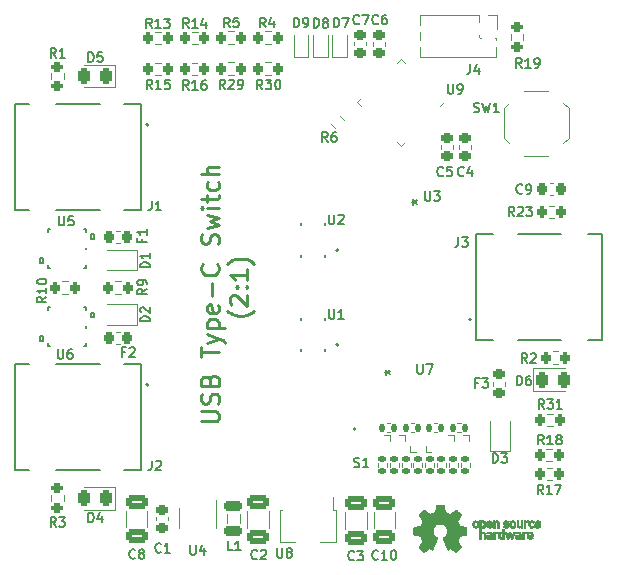
<source format=gto>
G04 #@! TF.GenerationSoftware,KiCad,Pcbnew,6.0.9-8da3e8f707~116~ubuntu20.04.1*
G04 #@! TF.CreationDate,2022-11-26T18:10:52+02:00*
G04 #@! TF.ProjectId,USB-TypeC-Switch,5553422d-5479-4706-9543-2d5377697463,rev?*
G04 #@! TF.SameCoordinates,Original*
G04 #@! TF.FileFunction,Legend,Top*
G04 #@! TF.FilePolarity,Positive*
%FSLAX46Y46*%
G04 Gerber Fmt 4.6, Leading zero omitted, Abs format (unit mm)*
G04 Created by KiCad (PCBNEW 6.0.9-8da3e8f707~116~ubuntu20.04.1) date 2022-11-26 18:10:52*
%MOMM*%
%LPD*%
G01*
G04 APERTURE LIST*
G04 Aperture macros list*
%AMRoundRect*
0 Rectangle with rounded corners*
0 $1 Rounding radius*
0 $2 $3 $4 $5 $6 $7 $8 $9 X,Y pos of 4 corners*
0 Add a 4 corners polygon primitive as box body*
4,1,4,$2,$3,$4,$5,$6,$7,$8,$9,$2,$3,0*
0 Add four circle primitives for the rounded corners*
1,1,$1+$1,$2,$3*
1,1,$1+$1,$4,$5*
1,1,$1+$1,$6,$7*
1,1,$1+$1,$8,$9*
0 Add four rect primitives between the rounded corners*
20,1,$1+$1,$2,$3,$4,$5,0*
20,1,$1+$1,$4,$5,$6,$7,0*
20,1,$1+$1,$6,$7,$8,$9,0*
20,1,$1+$1,$8,$9,$2,$3,0*%
%AMRotRect*
0 Rectangle, with rotation*
0 The origin of the aperture is its center*
0 $1 length*
0 $2 width*
0 $3 Rotation angle, in degrees counterclockwise*
0 Add horizontal line*
21,1,$1,$2,0,0,$3*%
%AMFreePoly0*
4,1,9,3.862500,-0.866500,0.737500,-0.866500,0.737500,-0.450000,-0.737500,-0.450000,-0.737500,0.450000,0.737500,0.450000,0.737500,0.866500,3.862500,0.866500,3.862500,-0.866500,3.862500,-0.866500,$1*%
G04 Aperture macros list end*
%ADD10C,0.250000*%
%ADD11C,0.150000*%
%ADD12C,0.127000*%
%ADD13C,0.200000*%
%ADD14C,0.120000*%
%ADD15C,0.152400*%
%ADD16C,0.010000*%
%ADD17O,0.850000X1.150000*%
%ADD18C,0.850000*%
%ADD19R,0.700000X0.320000*%
%ADD20C,0.600000*%
%ADD21O,0.900000X1.500000*%
%ADD22O,1.500000X0.900000*%
%ADD23O,1.800000X0.900000*%
%ADD24RoundRect,0.200000X0.200000X0.275000X-0.200000X0.275000X-0.200000X-0.275000X0.200000X-0.275000X0*%
%ADD25R,0.178600X0.604799*%
%ADD26R,0.604799X0.178600*%
%ADD27R,1.346200X0.812800*%
%ADD28RoundRect,0.200000X-0.200000X-0.275000X0.200000X-0.275000X0.200000X0.275000X-0.200000X0.275000X0*%
%ADD29RoundRect,0.225000X0.250000X-0.225000X0.250000X0.225000X-0.250000X0.225000X-0.250000X-0.225000X0*%
%ADD30R,0.200000X0.800000*%
%ADD31R,0.800000X0.200000*%
%ADD32C,2.500000*%
%ADD33RoundRect,0.218750X0.581250X-0.218750X0.581250X0.218750X-0.581250X0.218750X-0.581250X-0.218750X0*%
%ADD34R,0.650000X1.220000*%
%ADD35RoundRect,0.243750X-0.243750X-0.456250X0.243750X-0.456250X0.243750X0.456250X-0.243750X0.456250X0*%
%ADD36RoundRect,0.200000X-0.275000X0.200000X-0.275000X-0.200000X0.275000X-0.200000X0.275000X0.200000X0*%
%ADD37RoundRect,0.243750X0.243750X0.456250X-0.243750X0.456250X-0.243750X-0.456250X0.243750X-0.456250X0*%
%ADD38RoundRect,0.062500X0.194454X0.282843X-0.282843X-0.194454X-0.194454X-0.282843X0.282843X0.194454X0*%
%ADD39RoundRect,0.062500X-0.194454X0.282843X-0.282843X0.194454X0.194454X-0.282843X0.282843X-0.194454X0*%
%ADD40RotRect,3.600000X3.600000X225.000000*%
%ADD41RoundRect,0.225000X-0.250000X0.225000X-0.250000X-0.225000X0.250000X-0.225000X0.250000X0.225000X0*%
%ADD42RoundRect,0.200000X0.275000X-0.200000X0.275000X0.200000X-0.275000X0.200000X-0.275000X-0.200000X0*%
%ADD43R,1.000000X1.700000*%
%ADD44R,0.710000X0.200000*%
%ADD45R,0.200000X0.710000*%
%ADD46R,0.950000X1.750000*%
%ADD47R,1.000000X1.000000*%
%ADD48O,1.000000X1.000000*%
%ADD49RoundRect,0.200000X-0.335876X-0.053033X-0.053033X-0.335876X0.335876X0.053033X0.053033X0.335876X0*%
%ADD50R,0.914400X0.225000*%
%ADD51R,0.812800X0.225000*%
%ADD52R,0.225000X0.812800*%
%ADD53RoundRect,0.225000X0.225000X0.250000X-0.225000X0.250000X-0.225000X-0.250000X0.225000X-0.250000X0*%
%ADD54R,0.600000X0.450000*%
%ADD55R,0.450000X0.600000*%
%ADD56RoundRect,0.249999X-0.650001X0.325001X-0.650001X-0.325001X0.650001X-0.325001X0.650001X0.325001X0*%
%ADD57RoundRect,0.249999X0.650001X-0.325001X0.650001X0.325001X-0.650001X0.325001X-0.650001X-0.325001X0*%
%ADD58R,0.900000X1.300000*%
%ADD59FreePoly0,270.000000*%
%ADD60RoundRect,0.218750X0.218750X0.256250X-0.218750X0.256250X-0.218750X-0.256250X0.218750X-0.256250X0*%
%ADD61RoundRect,0.218750X0.256250X-0.218750X0.256250X0.218750X-0.256250X0.218750X-0.256250X-0.218750X0*%
%ADD62RoundRect,0.135000X0.135000X0.185000X-0.135000X0.185000X-0.135000X-0.185000X0.135000X-0.185000X0*%
%ADD63R,0.700000X0.600000*%
%ADD64RoundRect,0.135000X0.185000X-0.135000X0.185000X0.135000X-0.185000X0.135000X-0.185000X-0.135000X0*%
%ADD65R,0.250000X0.400000*%
%ADD66R,0.700000X0.400000*%
%ADD67RoundRect,0.135000X-0.135000X-0.185000X0.135000X-0.185000X0.135000X0.185000X-0.135000X0.185000X0*%
G04 APERTURE END LIST*
D10*
X45901071Y-122357142D02*
X47115357Y-122357142D01*
X47258214Y-122285714D01*
X47329642Y-122214285D01*
X47401071Y-122071428D01*
X47401071Y-121785714D01*
X47329642Y-121642857D01*
X47258214Y-121571428D01*
X47115357Y-121500000D01*
X45901071Y-121500000D01*
X47329642Y-120857142D02*
X47401071Y-120642857D01*
X47401071Y-120285714D01*
X47329642Y-120142857D01*
X47258214Y-120071428D01*
X47115357Y-120000000D01*
X46972500Y-120000000D01*
X46829642Y-120071428D01*
X46758214Y-120142857D01*
X46686785Y-120285714D01*
X46615357Y-120571428D01*
X46543928Y-120714285D01*
X46472500Y-120785714D01*
X46329642Y-120857142D01*
X46186785Y-120857142D01*
X46043928Y-120785714D01*
X45972500Y-120714285D01*
X45901071Y-120571428D01*
X45901071Y-120214285D01*
X45972500Y-120000000D01*
X46615357Y-118857142D02*
X46686785Y-118642857D01*
X46758214Y-118571428D01*
X46901071Y-118500000D01*
X47115357Y-118500000D01*
X47258214Y-118571428D01*
X47329642Y-118642857D01*
X47401071Y-118785714D01*
X47401071Y-119357142D01*
X45901071Y-119357142D01*
X45901071Y-118857142D01*
X45972500Y-118714285D01*
X46043928Y-118642857D01*
X46186785Y-118571428D01*
X46329642Y-118571428D01*
X46472500Y-118642857D01*
X46543928Y-118714285D01*
X46615357Y-118857142D01*
X46615357Y-119357142D01*
X45901071Y-116928571D02*
X45901071Y-116071428D01*
X47401071Y-116500000D02*
X45901071Y-116500000D01*
X46401071Y-115714285D02*
X47401071Y-115357142D01*
X46401071Y-115000000D02*
X47401071Y-115357142D01*
X47758214Y-115500000D01*
X47829642Y-115571428D01*
X47901071Y-115714285D01*
X46401071Y-114428571D02*
X47901071Y-114428571D01*
X46472500Y-114428571D02*
X46401071Y-114285714D01*
X46401071Y-114000000D01*
X46472500Y-113857142D01*
X46543928Y-113785714D01*
X46686785Y-113714285D01*
X47115357Y-113714285D01*
X47258214Y-113785714D01*
X47329642Y-113857142D01*
X47401071Y-114000000D01*
X47401071Y-114285714D01*
X47329642Y-114428571D01*
X47329642Y-112500000D02*
X47401071Y-112642857D01*
X47401071Y-112928571D01*
X47329642Y-113071428D01*
X47186785Y-113142857D01*
X46615357Y-113142857D01*
X46472500Y-113071428D01*
X46401071Y-112928571D01*
X46401071Y-112642857D01*
X46472500Y-112500000D01*
X46615357Y-112428571D01*
X46758214Y-112428571D01*
X46901071Y-113142857D01*
X46829642Y-111785714D02*
X46829642Y-110642857D01*
X47258214Y-109071428D02*
X47329642Y-109142857D01*
X47401071Y-109357142D01*
X47401071Y-109500000D01*
X47329642Y-109714285D01*
X47186785Y-109857142D01*
X47043928Y-109928571D01*
X46758214Y-110000000D01*
X46543928Y-110000000D01*
X46258214Y-109928571D01*
X46115357Y-109857142D01*
X45972500Y-109714285D01*
X45901071Y-109500000D01*
X45901071Y-109357142D01*
X45972500Y-109142857D01*
X46043928Y-109071428D01*
X47329642Y-107357142D02*
X47401071Y-107142857D01*
X47401071Y-106785714D01*
X47329642Y-106642857D01*
X47258214Y-106571428D01*
X47115357Y-106500000D01*
X46972500Y-106500000D01*
X46829642Y-106571428D01*
X46758214Y-106642857D01*
X46686785Y-106785714D01*
X46615357Y-107071428D01*
X46543928Y-107214285D01*
X46472500Y-107285714D01*
X46329642Y-107357142D01*
X46186785Y-107357142D01*
X46043928Y-107285714D01*
X45972500Y-107214285D01*
X45901071Y-107071428D01*
X45901071Y-106714285D01*
X45972500Y-106500000D01*
X46401071Y-106000000D02*
X47401071Y-105714285D01*
X46686785Y-105428571D01*
X47401071Y-105142857D01*
X46401071Y-104857142D01*
X47401071Y-104285714D02*
X46401071Y-104285714D01*
X45901071Y-104285714D02*
X45972500Y-104357142D01*
X46043928Y-104285714D01*
X45972500Y-104214285D01*
X45901071Y-104285714D01*
X46043928Y-104285714D01*
X46401071Y-103785714D02*
X46401071Y-103214285D01*
X45901071Y-103571428D02*
X47186785Y-103571428D01*
X47329642Y-103500000D01*
X47401071Y-103357142D01*
X47401071Y-103214285D01*
X47329642Y-102071428D02*
X47401071Y-102214285D01*
X47401071Y-102500000D01*
X47329642Y-102642857D01*
X47258214Y-102714285D01*
X47115357Y-102785714D01*
X46686785Y-102785714D01*
X46543928Y-102714285D01*
X46472500Y-102642857D01*
X46401071Y-102500000D01*
X46401071Y-102214285D01*
X46472500Y-102071428D01*
X47401071Y-101428571D02*
X45901071Y-101428571D01*
X47401071Y-100785714D02*
X46615357Y-100785714D01*
X46472500Y-100857142D01*
X46401071Y-101000000D01*
X46401071Y-101214285D01*
X46472500Y-101357142D01*
X46543928Y-101428571D01*
X50387500Y-113000000D02*
X50316071Y-113071428D01*
X50101785Y-113214285D01*
X49958928Y-113285714D01*
X49744642Y-113357142D01*
X49387500Y-113428571D01*
X49101785Y-113428571D01*
X48744642Y-113357142D01*
X48530357Y-113285714D01*
X48387500Y-113214285D01*
X48173214Y-113071428D01*
X48101785Y-113000000D01*
X48458928Y-112500000D02*
X48387500Y-112428571D01*
X48316071Y-112285714D01*
X48316071Y-111928571D01*
X48387500Y-111785714D01*
X48458928Y-111714285D01*
X48601785Y-111642857D01*
X48744642Y-111642857D01*
X48958928Y-111714285D01*
X49816071Y-112571428D01*
X49816071Y-111642857D01*
X49673214Y-111000000D02*
X49744642Y-110928571D01*
X49816071Y-111000000D01*
X49744642Y-111071428D01*
X49673214Y-111000000D01*
X49816071Y-111000000D01*
X48887500Y-111000000D02*
X48958928Y-110928571D01*
X49030357Y-111000000D01*
X48958928Y-111071428D01*
X48887500Y-111000000D01*
X49030357Y-111000000D01*
X49816071Y-109500000D02*
X49816071Y-110357142D01*
X49816071Y-109928571D02*
X48316071Y-109928571D01*
X48530357Y-110071428D01*
X48673214Y-110214285D01*
X48744642Y-110357142D01*
X50387500Y-109000000D02*
X50316071Y-108928571D01*
X50101785Y-108785714D01*
X49958928Y-108714285D01*
X49744642Y-108642857D01*
X49387500Y-108571428D01*
X49101785Y-108571428D01*
X48744642Y-108642857D01*
X48530357Y-108714285D01*
X48387500Y-108785714D01*
X48173214Y-108928571D01*
X48101785Y-109000000D01*
D11*
X41713333Y-103701904D02*
X41713333Y-104273333D01*
X41675238Y-104387619D01*
X41599047Y-104463809D01*
X41484761Y-104501904D01*
X41408571Y-104501904D01*
X42513333Y-104501904D02*
X42056190Y-104501904D01*
X42284761Y-104501904D02*
X42284761Y-103701904D01*
X42208571Y-103816190D01*
X42132380Y-103892380D01*
X42056190Y-103930476D01*
X74935714Y-121271904D02*
X74669047Y-120890952D01*
X74478571Y-121271904D02*
X74478571Y-120471904D01*
X74783333Y-120471904D01*
X74859523Y-120510000D01*
X74897619Y-120548095D01*
X74935714Y-120624285D01*
X74935714Y-120738571D01*
X74897619Y-120814761D01*
X74859523Y-120852857D01*
X74783333Y-120890952D01*
X74478571Y-120890952D01*
X75202380Y-120471904D02*
X75697619Y-120471904D01*
X75430952Y-120776666D01*
X75545238Y-120776666D01*
X75621428Y-120814761D01*
X75659523Y-120852857D01*
X75697619Y-120929047D01*
X75697619Y-121119523D01*
X75659523Y-121195714D01*
X75621428Y-121233809D01*
X75545238Y-121271904D01*
X75316666Y-121271904D01*
X75240476Y-121233809D01*
X75202380Y-121195714D01*
X76459523Y-121271904D02*
X76002380Y-121271904D01*
X76230952Y-121271904D02*
X76230952Y-120471904D01*
X76154761Y-120586190D01*
X76078571Y-120662380D01*
X76002380Y-120700476D01*
X51095714Y-94231904D02*
X50829047Y-93850952D01*
X50638571Y-94231904D02*
X50638571Y-93431904D01*
X50943333Y-93431904D01*
X51019523Y-93470000D01*
X51057619Y-93508095D01*
X51095714Y-93584285D01*
X51095714Y-93698571D01*
X51057619Y-93774761D01*
X51019523Y-93812857D01*
X50943333Y-93850952D01*
X50638571Y-93850952D01*
X51362380Y-93431904D02*
X51857619Y-93431904D01*
X51590952Y-93736666D01*
X51705238Y-93736666D01*
X51781428Y-93774761D01*
X51819523Y-93812857D01*
X51857619Y-93889047D01*
X51857619Y-94079523D01*
X51819523Y-94155714D01*
X51781428Y-94193809D01*
X51705238Y-94231904D01*
X51476666Y-94231904D01*
X51400476Y-94193809D01*
X51362380Y-94155714D01*
X52352857Y-93431904D02*
X52429047Y-93431904D01*
X52505238Y-93470000D01*
X52543333Y-93508095D01*
X52581428Y-93584285D01*
X52619523Y-93736666D01*
X52619523Y-93927142D01*
X52581428Y-94079523D01*
X52543333Y-94155714D01*
X52505238Y-94193809D01*
X52429047Y-94231904D01*
X52352857Y-94231904D01*
X52276666Y-94193809D01*
X52238571Y-94155714D01*
X52200476Y-94079523D01*
X52162380Y-93927142D01*
X52162380Y-93736666D01*
X52200476Y-93584285D01*
X52238571Y-93508095D01*
X52276666Y-93470000D01*
X52352857Y-93431904D01*
X47915714Y-94221904D02*
X47649047Y-93840952D01*
X47458571Y-94221904D02*
X47458571Y-93421904D01*
X47763333Y-93421904D01*
X47839523Y-93460000D01*
X47877619Y-93498095D01*
X47915714Y-93574285D01*
X47915714Y-93688571D01*
X47877619Y-93764761D01*
X47839523Y-93802857D01*
X47763333Y-93840952D01*
X47458571Y-93840952D01*
X48220476Y-93498095D02*
X48258571Y-93460000D01*
X48334761Y-93421904D01*
X48525238Y-93421904D01*
X48601428Y-93460000D01*
X48639523Y-93498095D01*
X48677619Y-93574285D01*
X48677619Y-93650476D01*
X48639523Y-93764761D01*
X48182380Y-94221904D01*
X48677619Y-94221904D01*
X49058571Y-94221904D02*
X49210952Y-94221904D01*
X49287142Y-94183809D01*
X49325238Y-94145714D01*
X49401428Y-94031428D01*
X49439523Y-93879047D01*
X49439523Y-93574285D01*
X49401428Y-93498095D01*
X49363333Y-93460000D01*
X49287142Y-93421904D01*
X49134761Y-93421904D01*
X49058571Y-93460000D01*
X49020476Y-93498095D01*
X48982380Y-93574285D01*
X48982380Y-93764761D01*
X49020476Y-93840952D01*
X49058571Y-93879047D01*
X49134761Y-93917142D01*
X49287142Y-93917142D01*
X49363333Y-93879047D01*
X49401428Y-93840952D01*
X49439523Y-93764761D01*
X33870476Y-104971904D02*
X33870476Y-105619523D01*
X33908571Y-105695714D01*
X33946666Y-105733809D01*
X34022857Y-105771904D01*
X34175238Y-105771904D01*
X34251428Y-105733809D01*
X34289523Y-105695714D01*
X34327619Y-105619523D01*
X34327619Y-104971904D01*
X35089523Y-104971904D02*
X34708571Y-104971904D01*
X34670476Y-105352857D01*
X34708571Y-105314761D01*
X34784761Y-105276666D01*
X34975238Y-105276666D01*
X35051428Y-105314761D01*
X35089523Y-105352857D01*
X35127619Y-105429047D01*
X35127619Y-105619523D01*
X35089523Y-105695714D01*
X35051428Y-105733809D01*
X34975238Y-105771904D01*
X34784761Y-105771904D01*
X34708571Y-105733809D01*
X34670476Y-105695714D01*
X67673333Y-106761904D02*
X67673333Y-107333333D01*
X67635238Y-107447619D01*
X67559047Y-107523809D01*
X67444761Y-107561904D01*
X67368571Y-107561904D01*
X67978095Y-106761904D02*
X68473333Y-106761904D01*
X68206666Y-107066666D01*
X68320952Y-107066666D01*
X68397142Y-107104761D01*
X68435238Y-107142857D01*
X68473333Y-107219047D01*
X68473333Y-107409523D01*
X68435238Y-107485714D01*
X68397142Y-107523809D01*
X68320952Y-107561904D01*
X68092380Y-107561904D01*
X68016190Y-107523809D01*
X67978095Y-107485714D01*
X33760476Y-116251904D02*
X33760476Y-116899523D01*
X33798571Y-116975714D01*
X33836666Y-117013809D01*
X33912857Y-117051904D01*
X34065238Y-117051904D01*
X34141428Y-117013809D01*
X34179523Y-116975714D01*
X34217619Y-116899523D01*
X34217619Y-116251904D01*
X34941428Y-116251904D02*
X34789047Y-116251904D01*
X34712857Y-116290000D01*
X34674761Y-116328095D01*
X34598571Y-116442380D01*
X34560476Y-116594761D01*
X34560476Y-116899523D01*
X34598571Y-116975714D01*
X34636666Y-117013809D01*
X34712857Y-117051904D01*
X34865238Y-117051904D01*
X34941428Y-117013809D01*
X34979523Y-116975714D01*
X35017619Y-116899523D01*
X35017619Y-116709047D01*
X34979523Y-116632857D01*
X34941428Y-116594761D01*
X34865238Y-116556666D01*
X34712857Y-116556666D01*
X34636666Y-116594761D01*
X34598571Y-116632857D01*
X34560476Y-116709047D01*
X41713333Y-125671904D02*
X41713333Y-126243333D01*
X41675238Y-126357619D01*
X41599047Y-126433809D01*
X41484761Y-126471904D01*
X41408571Y-126471904D01*
X42056190Y-125748095D02*
X42094285Y-125710000D01*
X42170476Y-125671904D01*
X42360952Y-125671904D01*
X42437142Y-125710000D01*
X42475238Y-125748095D01*
X42513333Y-125824285D01*
X42513333Y-125900476D01*
X42475238Y-126014761D01*
X42018095Y-126471904D01*
X42513333Y-126471904D01*
X74910714Y-124301904D02*
X74644047Y-123920952D01*
X74453571Y-124301904D02*
X74453571Y-123501904D01*
X74758333Y-123501904D01*
X74834523Y-123540000D01*
X74872619Y-123578095D01*
X74910714Y-123654285D01*
X74910714Y-123768571D01*
X74872619Y-123844761D01*
X74834523Y-123882857D01*
X74758333Y-123920952D01*
X74453571Y-123920952D01*
X75672619Y-124301904D02*
X75215476Y-124301904D01*
X75444047Y-124301904D02*
X75444047Y-123501904D01*
X75367857Y-123616190D01*
X75291666Y-123692380D01*
X75215476Y-123730476D01*
X76129761Y-123844761D02*
X76053571Y-123806666D01*
X76015476Y-123768571D01*
X75977380Y-123692380D01*
X75977380Y-123654285D01*
X76015476Y-123578095D01*
X76053571Y-123540000D01*
X76129761Y-123501904D01*
X76282142Y-123501904D01*
X76358333Y-123540000D01*
X76396428Y-123578095D01*
X76434523Y-123654285D01*
X76434523Y-123692380D01*
X76396428Y-123768571D01*
X76358333Y-123806666D01*
X76282142Y-123844761D01*
X76129761Y-123844761D01*
X76053571Y-123882857D01*
X76015476Y-123920952D01*
X75977380Y-123997142D01*
X75977380Y-124149523D01*
X76015476Y-124225714D01*
X76053571Y-124263809D01*
X76129761Y-124301904D01*
X76282142Y-124301904D01*
X76358333Y-124263809D01*
X76396428Y-124225714D01*
X76434523Y-124149523D01*
X76434523Y-123997142D01*
X76396428Y-123920952D01*
X76358333Y-123882857D01*
X76282142Y-123844761D01*
X74845714Y-128521904D02*
X74579047Y-128140952D01*
X74388571Y-128521904D02*
X74388571Y-127721904D01*
X74693333Y-127721904D01*
X74769523Y-127760000D01*
X74807619Y-127798095D01*
X74845714Y-127874285D01*
X74845714Y-127988571D01*
X74807619Y-128064761D01*
X74769523Y-128102857D01*
X74693333Y-128140952D01*
X74388571Y-128140952D01*
X75607619Y-128521904D02*
X75150476Y-128521904D01*
X75379047Y-128521904D02*
X75379047Y-127721904D01*
X75302857Y-127836190D01*
X75226666Y-127912380D01*
X75150476Y-127950476D01*
X75874285Y-127721904D02*
X76407619Y-127721904D01*
X76064761Y-128521904D01*
X59286666Y-88665714D02*
X59248571Y-88703809D01*
X59134285Y-88741904D01*
X59058095Y-88741904D01*
X58943809Y-88703809D01*
X58867619Y-88627619D01*
X58829523Y-88551428D01*
X58791428Y-88399047D01*
X58791428Y-88284761D01*
X58829523Y-88132380D01*
X58867619Y-88056190D01*
X58943809Y-87980000D01*
X59058095Y-87941904D01*
X59134285Y-87941904D01*
X59248571Y-87980000D01*
X59286666Y-88018095D01*
X59553333Y-87941904D02*
X60086666Y-87941904D01*
X59743809Y-88741904D01*
X58844476Y-126203809D02*
X58958761Y-126241904D01*
X59149238Y-126241904D01*
X59225428Y-126203809D01*
X59263523Y-126165714D01*
X59301619Y-126089523D01*
X59301619Y-126013333D01*
X59263523Y-125937142D01*
X59225428Y-125899047D01*
X59149238Y-125860952D01*
X58996857Y-125822857D01*
X58920666Y-125784761D01*
X58882571Y-125746666D01*
X58844476Y-125670476D01*
X58844476Y-125594285D01*
X58882571Y-125518095D01*
X58920666Y-125480000D01*
X58996857Y-125441904D01*
X59187333Y-125441904D01*
X59301619Y-125480000D01*
X60063523Y-126241904D02*
X59606380Y-126241904D01*
X59834952Y-126241904D02*
X59834952Y-125441904D01*
X59758761Y-125556190D01*
X59682571Y-125632380D01*
X59606380Y-125670476D01*
X41301904Y-111133333D02*
X40920952Y-111400000D01*
X41301904Y-111590476D02*
X40501904Y-111590476D01*
X40501904Y-111285714D01*
X40540000Y-111209523D01*
X40578095Y-111171428D01*
X40654285Y-111133333D01*
X40768571Y-111133333D01*
X40844761Y-111171428D01*
X40882857Y-111209523D01*
X40920952Y-111285714D01*
X40920952Y-111590476D01*
X41301904Y-110752380D02*
X41301904Y-110600000D01*
X41263809Y-110523809D01*
X41225714Y-110485714D01*
X41111428Y-110409523D01*
X40959047Y-110371428D01*
X40654285Y-110371428D01*
X40578095Y-110409523D01*
X40540000Y-110447619D01*
X40501904Y-110523809D01*
X40501904Y-110676190D01*
X40540000Y-110752380D01*
X40578095Y-110790476D01*
X40654285Y-110828571D01*
X40844761Y-110828571D01*
X40920952Y-110790476D01*
X40959047Y-110752380D01*
X40997142Y-110676190D01*
X40997142Y-110523809D01*
X40959047Y-110447619D01*
X40920952Y-110409523D01*
X40844761Y-110371428D01*
X32801904Y-111814285D02*
X32420952Y-112080952D01*
X32801904Y-112271428D02*
X32001904Y-112271428D01*
X32001904Y-111966666D01*
X32040000Y-111890476D01*
X32078095Y-111852380D01*
X32154285Y-111814285D01*
X32268571Y-111814285D01*
X32344761Y-111852380D01*
X32382857Y-111890476D01*
X32420952Y-111966666D01*
X32420952Y-112271428D01*
X32801904Y-111052380D02*
X32801904Y-111509523D01*
X32801904Y-111280952D02*
X32001904Y-111280952D01*
X32116190Y-111357142D01*
X32192380Y-111433333D01*
X32230476Y-111509523D01*
X32001904Y-110557142D02*
X32001904Y-110480952D01*
X32040000Y-110404761D01*
X32078095Y-110366666D01*
X32154285Y-110328571D01*
X32306666Y-110290476D01*
X32497142Y-110290476D01*
X32649523Y-110328571D01*
X32725714Y-110366666D01*
X32763809Y-110404761D01*
X32801904Y-110480952D01*
X32801904Y-110557142D01*
X32763809Y-110633333D01*
X32725714Y-110671428D01*
X32649523Y-110709523D01*
X32497142Y-110747619D01*
X32306666Y-110747619D01*
X32154285Y-110709523D01*
X32078095Y-110671428D01*
X32040000Y-110633333D01*
X32001904Y-110557142D01*
X44835714Y-94261904D02*
X44569047Y-93880952D01*
X44378571Y-94261904D02*
X44378571Y-93461904D01*
X44683333Y-93461904D01*
X44759523Y-93500000D01*
X44797619Y-93538095D01*
X44835714Y-93614285D01*
X44835714Y-93728571D01*
X44797619Y-93804761D01*
X44759523Y-93842857D01*
X44683333Y-93880952D01*
X44378571Y-93880952D01*
X45597619Y-94261904D02*
X45140476Y-94261904D01*
X45369047Y-94261904D02*
X45369047Y-93461904D01*
X45292857Y-93576190D01*
X45216666Y-93652380D01*
X45140476Y-93690476D01*
X46283333Y-93461904D02*
X46130952Y-93461904D01*
X46054761Y-93500000D01*
X46016666Y-93538095D01*
X45940476Y-93652380D01*
X45902380Y-93804761D01*
X45902380Y-94109523D01*
X45940476Y-94185714D01*
X45978571Y-94223809D01*
X46054761Y-94261904D01*
X46207142Y-94261904D01*
X46283333Y-94223809D01*
X46321428Y-94185714D01*
X46359523Y-94109523D01*
X46359523Y-93919047D01*
X46321428Y-93842857D01*
X46283333Y-93804761D01*
X46207142Y-93766666D01*
X46054761Y-93766666D01*
X45978571Y-93804761D01*
X45940476Y-93842857D01*
X45902380Y-93919047D01*
X41745714Y-94231904D02*
X41479047Y-93850952D01*
X41288571Y-94231904D02*
X41288571Y-93431904D01*
X41593333Y-93431904D01*
X41669523Y-93470000D01*
X41707619Y-93508095D01*
X41745714Y-93584285D01*
X41745714Y-93698571D01*
X41707619Y-93774761D01*
X41669523Y-93812857D01*
X41593333Y-93850952D01*
X41288571Y-93850952D01*
X42507619Y-94231904D02*
X42050476Y-94231904D01*
X42279047Y-94231904D02*
X42279047Y-93431904D01*
X42202857Y-93546190D01*
X42126666Y-93622380D01*
X42050476Y-93660476D01*
X43231428Y-93431904D02*
X42850476Y-93431904D01*
X42812380Y-93812857D01*
X42850476Y-93774761D01*
X42926666Y-93736666D01*
X43117142Y-93736666D01*
X43193333Y-93774761D01*
X43231428Y-93812857D01*
X43269523Y-93889047D01*
X43269523Y-94079523D01*
X43231428Y-94155714D01*
X43193333Y-94193809D01*
X43117142Y-94231904D01*
X42926666Y-94231904D01*
X42850476Y-94193809D01*
X42812380Y-94155714D01*
X41715714Y-89051904D02*
X41449047Y-88670952D01*
X41258571Y-89051904D02*
X41258571Y-88251904D01*
X41563333Y-88251904D01*
X41639523Y-88290000D01*
X41677619Y-88328095D01*
X41715714Y-88404285D01*
X41715714Y-88518571D01*
X41677619Y-88594761D01*
X41639523Y-88632857D01*
X41563333Y-88670952D01*
X41258571Y-88670952D01*
X42477619Y-89051904D02*
X42020476Y-89051904D01*
X42249047Y-89051904D02*
X42249047Y-88251904D01*
X42172857Y-88366190D01*
X42096666Y-88442380D01*
X42020476Y-88480476D01*
X42744285Y-88251904D02*
X43239523Y-88251904D01*
X42972857Y-88556666D01*
X43087142Y-88556666D01*
X43163333Y-88594761D01*
X43201428Y-88632857D01*
X43239523Y-88709047D01*
X43239523Y-88899523D01*
X43201428Y-88975714D01*
X43163333Y-89013809D01*
X43087142Y-89051904D01*
X42858571Y-89051904D01*
X42782380Y-89013809D01*
X42744285Y-88975714D01*
X44835714Y-89041904D02*
X44569047Y-88660952D01*
X44378571Y-89041904D02*
X44378571Y-88241904D01*
X44683333Y-88241904D01*
X44759523Y-88280000D01*
X44797619Y-88318095D01*
X44835714Y-88394285D01*
X44835714Y-88508571D01*
X44797619Y-88584761D01*
X44759523Y-88622857D01*
X44683333Y-88660952D01*
X44378571Y-88660952D01*
X45597619Y-89041904D02*
X45140476Y-89041904D01*
X45369047Y-89041904D02*
X45369047Y-88241904D01*
X45292857Y-88356190D01*
X45216666Y-88432380D01*
X45140476Y-88470476D01*
X46283333Y-88508571D02*
X46283333Y-89041904D01*
X46092857Y-88203809D02*
X45902380Y-88775238D01*
X46397619Y-88775238D01*
X48576666Y-133281904D02*
X48195714Y-133281904D01*
X48195714Y-132481904D01*
X49262380Y-133281904D02*
X48805238Y-133281904D01*
X49033809Y-133281904D02*
X49033809Y-132481904D01*
X48957619Y-132596190D01*
X48881428Y-132672380D01*
X48805238Y-132710476D01*
X45000476Y-132841904D02*
X45000476Y-133489523D01*
X45038571Y-133565714D01*
X45076666Y-133603809D01*
X45152857Y-133641904D01*
X45305238Y-133641904D01*
X45381428Y-133603809D01*
X45419523Y-133565714D01*
X45457619Y-133489523D01*
X45457619Y-132841904D01*
X46181428Y-133108571D02*
X46181428Y-133641904D01*
X45990952Y-132803809D02*
X45800476Y-133375238D01*
X46295714Y-133375238D01*
X42506666Y-133385714D02*
X42468571Y-133423809D01*
X42354285Y-133461904D01*
X42278095Y-133461904D01*
X42163809Y-133423809D01*
X42087619Y-133347619D01*
X42049523Y-133271428D01*
X42011428Y-133119047D01*
X42011428Y-133004761D01*
X42049523Y-132852380D01*
X42087619Y-132776190D01*
X42163809Y-132700000D01*
X42278095Y-132661904D01*
X42354285Y-132661904D01*
X42468571Y-132700000D01*
X42506666Y-132738095D01*
X43268571Y-133461904D02*
X42811428Y-133461904D01*
X43040000Y-133461904D02*
X43040000Y-132661904D01*
X42963809Y-132776190D01*
X42887619Y-132852380D01*
X42811428Y-132890476D01*
X72629523Y-119301904D02*
X72629523Y-118501904D01*
X72820000Y-118501904D01*
X72934285Y-118540000D01*
X73010476Y-118616190D01*
X73048571Y-118692380D01*
X73086666Y-118844761D01*
X73086666Y-118959047D01*
X73048571Y-119111428D01*
X73010476Y-119187619D01*
X72934285Y-119263809D01*
X72820000Y-119301904D01*
X72629523Y-119301904D01*
X73772380Y-118501904D02*
X73620000Y-118501904D01*
X73543809Y-118540000D01*
X73505714Y-118578095D01*
X73429523Y-118692380D01*
X73391428Y-118844761D01*
X73391428Y-119149523D01*
X73429523Y-119225714D01*
X73467619Y-119263809D01*
X73543809Y-119301904D01*
X73696190Y-119301904D01*
X73772380Y-119263809D01*
X73810476Y-119225714D01*
X73848571Y-119149523D01*
X73848571Y-118959047D01*
X73810476Y-118882857D01*
X73772380Y-118844761D01*
X73696190Y-118806666D01*
X73543809Y-118806666D01*
X73467619Y-118844761D01*
X73429523Y-118882857D01*
X73391428Y-118959047D01*
X33606666Y-131261904D02*
X33340000Y-130880952D01*
X33149523Y-131261904D02*
X33149523Y-130461904D01*
X33454285Y-130461904D01*
X33530476Y-130500000D01*
X33568571Y-130538095D01*
X33606666Y-130614285D01*
X33606666Y-130728571D01*
X33568571Y-130804761D01*
X33530476Y-130842857D01*
X33454285Y-130880952D01*
X33149523Y-130880952D01*
X33873333Y-130461904D02*
X34368571Y-130461904D01*
X34101904Y-130766666D01*
X34216190Y-130766666D01*
X34292380Y-130804761D01*
X34330476Y-130842857D01*
X34368571Y-130919047D01*
X34368571Y-131109523D01*
X34330476Y-131185714D01*
X34292380Y-131223809D01*
X34216190Y-131261904D01*
X33987619Y-131261904D01*
X33911428Y-131223809D01*
X33873333Y-131185714D01*
X36349523Y-91921904D02*
X36349523Y-91121904D01*
X36540000Y-91121904D01*
X36654285Y-91160000D01*
X36730476Y-91236190D01*
X36768571Y-91312380D01*
X36806666Y-91464761D01*
X36806666Y-91579047D01*
X36768571Y-91731428D01*
X36730476Y-91807619D01*
X36654285Y-91883809D01*
X36540000Y-91921904D01*
X36349523Y-91921904D01*
X37530476Y-91121904D02*
X37149523Y-91121904D01*
X37111428Y-91502857D01*
X37149523Y-91464761D01*
X37225714Y-91426666D01*
X37416190Y-91426666D01*
X37492380Y-91464761D01*
X37530476Y-91502857D01*
X37568571Y-91579047D01*
X37568571Y-91769523D01*
X37530476Y-91845714D01*
X37492380Y-91883809D01*
X37416190Y-91921904D01*
X37225714Y-91921904D01*
X37149523Y-91883809D01*
X37111428Y-91845714D01*
X33606666Y-91561904D02*
X33340000Y-91180952D01*
X33149523Y-91561904D02*
X33149523Y-90761904D01*
X33454285Y-90761904D01*
X33530476Y-90800000D01*
X33568571Y-90838095D01*
X33606666Y-90914285D01*
X33606666Y-91028571D01*
X33568571Y-91104761D01*
X33530476Y-91142857D01*
X33454285Y-91180952D01*
X33149523Y-91180952D01*
X34368571Y-91561904D02*
X33911428Y-91561904D01*
X34140000Y-91561904D02*
X34140000Y-90761904D01*
X34063809Y-90876190D01*
X33987619Y-90952380D01*
X33911428Y-90990476D01*
X66790477Y-93801904D02*
X66790477Y-94449523D01*
X66828572Y-94525714D01*
X66866667Y-94563809D01*
X66942858Y-94601904D01*
X67095239Y-94601904D01*
X67171429Y-94563809D01*
X67209524Y-94525714D01*
X67247620Y-94449523D01*
X67247620Y-93801904D01*
X67666667Y-94601904D02*
X67819048Y-94601904D01*
X67895239Y-94563809D01*
X67933334Y-94525714D01*
X68009524Y-94411428D01*
X68047620Y-94259047D01*
X68047620Y-93954285D01*
X68009524Y-93878095D01*
X67971429Y-93840000D01*
X67895239Y-93801904D01*
X67742858Y-93801904D01*
X67666667Y-93840000D01*
X67628572Y-93878095D01*
X67590477Y-93954285D01*
X67590477Y-94144761D01*
X67628572Y-94220952D01*
X67666667Y-94259047D01*
X67742858Y-94297142D01*
X67895239Y-94297142D01*
X67971429Y-94259047D01*
X68009524Y-94220952D01*
X68047620Y-94144761D01*
X73516666Y-117381904D02*
X73250000Y-117000952D01*
X73059523Y-117381904D02*
X73059523Y-116581904D01*
X73364285Y-116581904D01*
X73440476Y-116620000D01*
X73478571Y-116658095D01*
X73516666Y-116734285D01*
X73516666Y-116848571D01*
X73478571Y-116924761D01*
X73440476Y-116962857D01*
X73364285Y-117000952D01*
X73059523Y-117000952D01*
X73821428Y-116658095D02*
X73859523Y-116620000D01*
X73935714Y-116581904D01*
X74126190Y-116581904D01*
X74202380Y-116620000D01*
X74240476Y-116658095D01*
X74278571Y-116734285D01*
X74278571Y-116810476D01*
X74240476Y-116924761D01*
X73783333Y-117381904D01*
X74278571Y-117381904D01*
X72405714Y-104971904D02*
X72139047Y-104590952D01*
X71948571Y-104971904D02*
X71948571Y-104171904D01*
X72253333Y-104171904D01*
X72329523Y-104210000D01*
X72367619Y-104248095D01*
X72405714Y-104324285D01*
X72405714Y-104438571D01*
X72367619Y-104514761D01*
X72329523Y-104552857D01*
X72253333Y-104590952D01*
X71948571Y-104590952D01*
X72710476Y-104248095D02*
X72748571Y-104210000D01*
X72824761Y-104171904D01*
X73015238Y-104171904D01*
X73091428Y-104210000D01*
X73129523Y-104248095D01*
X73167619Y-104324285D01*
X73167619Y-104400476D01*
X73129523Y-104514761D01*
X72672380Y-104971904D01*
X73167619Y-104971904D01*
X73434285Y-104171904D02*
X73929523Y-104171904D01*
X73662857Y-104476666D01*
X73777142Y-104476666D01*
X73853333Y-104514761D01*
X73891428Y-104552857D01*
X73929523Y-104629047D01*
X73929523Y-104819523D01*
X73891428Y-104895714D01*
X73853333Y-104933809D01*
X73777142Y-104971904D01*
X73548571Y-104971904D01*
X73472380Y-104933809D01*
X73434285Y-104895714D01*
X60896666Y-88665714D02*
X60858571Y-88703809D01*
X60744285Y-88741904D01*
X60668095Y-88741904D01*
X60553809Y-88703809D01*
X60477619Y-88627619D01*
X60439523Y-88551428D01*
X60401428Y-88399047D01*
X60401428Y-88284761D01*
X60439523Y-88132380D01*
X60477619Y-88056190D01*
X60553809Y-87980000D01*
X60668095Y-87941904D01*
X60744285Y-87941904D01*
X60858571Y-87980000D01*
X60896666Y-88018095D01*
X61582380Y-87941904D02*
X61430000Y-87941904D01*
X61353809Y-87980000D01*
X61315714Y-88018095D01*
X61239523Y-88132380D01*
X61201428Y-88284761D01*
X61201428Y-88589523D01*
X61239523Y-88665714D01*
X61277619Y-88703809D01*
X61353809Y-88741904D01*
X61506190Y-88741904D01*
X61582380Y-88703809D01*
X61620476Y-88665714D01*
X61658571Y-88589523D01*
X61658571Y-88399047D01*
X61620476Y-88322857D01*
X61582380Y-88284761D01*
X61506190Y-88246666D01*
X61353809Y-88246666D01*
X61277619Y-88284761D01*
X61239523Y-88322857D01*
X61201428Y-88399047D01*
X66396666Y-101535714D02*
X66358571Y-101573809D01*
X66244285Y-101611904D01*
X66168095Y-101611904D01*
X66053809Y-101573809D01*
X65977619Y-101497619D01*
X65939523Y-101421428D01*
X65901428Y-101269047D01*
X65901428Y-101154761D01*
X65939523Y-101002380D01*
X65977619Y-100926190D01*
X66053809Y-100850000D01*
X66168095Y-100811904D01*
X66244285Y-100811904D01*
X66358571Y-100850000D01*
X66396666Y-100888095D01*
X67120476Y-100811904D02*
X66739523Y-100811904D01*
X66701428Y-101192857D01*
X66739523Y-101154761D01*
X66815714Y-101116666D01*
X67006190Y-101116666D01*
X67082380Y-101154761D01*
X67120476Y-101192857D01*
X67158571Y-101269047D01*
X67158571Y-101459523D01*
X67120476Y-101535714D01*
X67082380Y-101573809D01*
X67006190Y-101611904D01*
X66815714Y-101611904D01*
X66739523Y-101573809D01*
X66701428Y-101535714D01*
X68146666Y-101535714D02*
X68108571Y-101573809D01*
X67994285Y-101611904D01*
X67918095Y-101611904D01*
X67803809Y-101573809D01*
X67727619Y-101497619D01*
X67689523Y-101421428D01*
X67651428Y-101269047D01*
X67651428Y-101154761D01*
X67689523Y-101002380D01*
X67727619Y-100926190D01*
X67803809Y-100850000D01*
X67918095Y-100811904D01*
X67994285Y-100811904D01*
X68108571Y-100850000D01*
X68146666Y-100888095D01*
X68832380Y-101078571D02*
X68832380Y-101611904D01*
X68641904Y-100773809D02*
X68451428Y-101345238D01*
X68946666Y-101345238D01*
X73035714Y-92411904D02*
X72769047Y-92030952D01*
X72578571Y-92411904D02*
X72578571Y-91611904D01*
X72883333Y-91611904D01*
X72959523Y-91650000D01*
X72997619Y-91688095D01*
X73035714Y-91764285D01*
X73035714Y-91878571D01*
X72997619Y-91954761D01*
X72959523Y-91992857D01*
X72883333Y-92030952D01*
X72578571Y-92030952D01*
X73797619Y-92411904D02*
X73340476Y-92411904D01*
X73569047Y-92411904D02*
X73569047Y-91611904D01*
X73492857Y-91726190D01*
X73416666Y-91802380D01*
X73340476Y-91840476D01*
X74178571Y-92411904D02*
X74330952Y-92411904D01*
X74407142Y-92373809D01*
X74445238Y-92335714D01*
X74521428Y-92221428D01*
X74559523Y-92069047D01*
X74559523Y-91764285D01*
X74521428Y-91688095D01*
X74483333Y-91650000D01*
X74407142Y-91611904D01*
X74254761Y-91611904D01*
X74178571Y-91650000D01*
X74140476Y-91688095D01*
X74102380Y-91764285D01*
X74102380Y-91954761D01*
X74140476Y-92030952D01*
X74178571Y-92069047D01*
X74254761Y-92107142D01*
X74407142Y-92107142D01*
X74483333Y-92069047D01*
X74521428Y-92030952D01*
X74559523Y-91954761D01*
X68983333Y-96153809D02*
X69097619Y-96191904D01*
X69288095Y-96191904D01*
X69364285Y-96153809D01*
X69402380Y-96115714D01*
X69440476Y-96039523D01*
X69440476Y-95963333D01*
X69402380Y-95887142D01*
X69364285Y-95849047D01*
X69288095Y-95810952D01*
X69135714Y-95772857D01*
X69059523Y-95734761D01*
X69021428Y-95696666D01*
X68983333Y-95620476D01*
X68983333Y-95544285D01*
X69021428Y-95468095D01*
X69059523Y-95430000D01*
X69135714Y-95391904D01*
X69326190Y-95391904D01*
X69440476Y-95430000D01*
X69707142Y-95391904D02*
X69897619Y-96191904D01*
X70050000Y-95620476D01*
X70202380Y-96191904D01*
X70392857Y-95391904D01*
X71116666Y-96191904D02*
X70659523Y-96191904D01*
X70888095Y-96191904D02*
X70888095Y-95391904D01*
X70811904Y-95506190D01*
X70735714Y-95582380D01*
X70659523Y-95620476D01*
X56720476Y-104851904D02*
X56720476Y-105499523D01*
X56758571Y-105575714D01*
X56796666Y-105613809D01*
X56872857Y-105651904D01*
X57025238Y-105651904D01*
X57101428Y-105613809D01*
X57139523Y-105575714D01*
X57177619Y-105499523D01*
X57177619Y-104851904D01*
X57520476Y-104928095D02*
X57558571Y-104890000D01*
X57634761Y-104851904D01*
X57825238Y-104851904D01*
X57901428Y-104890000D01*
X57939523Y-104928095D01*
X57977619Y-105004285D01*
X57977619Y-105080476D01*
X57939523Y-105194761D01*
X57482380Y-105651904D01*
X57977619Y-105651904D01*
X68693333Y-92131904D02*
X68693333Y-92703333D01*
X68655238Y-92817619D01*
X68579047Y-92893809D01*
X68464761Y-92931904D01*
X68388571Y-92931904D01*
X69417142Y-92398571D02*
X69417142Y-92931904D01*
X69226666Y-92093809D02*
X69036190Y-92665238D01*
X69531428Y-92665238D01*
X51356666Y-89001904D02*
X51090000Y-88620952D01*
X50899523Y-89001904D02*
X50899523Y-88201904D01*
X51204285Y-88201904D01*
X51280476Y-88240000D01*
X51318571Y-88278095D01*
X51356666Y-88354285D01*
X51356666Y-88468571D01*
X51318571Y-88544761D01*
X51280476Y-88582857D01*
X51204285Y-88620952D01*
X50899523Y-88620952D01*
X52042380Y-88468571D02*
X52042380Y-89001904D01*
X51851904Y-88163809D02*
X51661428Y-88735238D01*
X52156666Y-88735238D01*
X48316666Y-88991904D02*
X48050000Y-88610952D01*
X47859523Y-88991904D02*
X47859523Y-88191904D01*
X48164285Y-88191904D01*
X48240476Y-88230000D01*
X48278571Y-88268095D01*
X48316666Y-88344285D01*
X48316666Y-88458571D01*
X48278571Y-88534761D01*
X48240476Y-88572857D01*
X48164285Y-88610952D01*
X47859523Y-88610952D01*
X49040476Y-88191904D02*
X48659523Y-88191904D01*
X48621428Y-88572857D01*
X48659523Y-88534761D01*
X48735714Y-88496666D01*
X48926190Y-88496666D01*
X49002380Y-88534761D01*
X49040476Y-88572857D01*
X49078571Y-88649047D01*
X49078571Y-88839523D01*
X49040476Y-88915714D01*
X49002380Y-88953809D01*
X48926190Y-88991904D01*
X48735714Y-88991904D01*
X48659523Y-88953809D01*
X48621428Y-88915714D01*
X56606666Y-98681904D02*
X56340000Y-98300952D01*
X56149523Y-98681904D02*
X56149523Y-97881904D01*
X56454285Y-97881904D01*
X56530476Y-97920000D01*
X56568571Y-97958095D01*
X56606666Y-98034285D01*
X56606666Y-98148571D01*
X56568571Y-98224761D01*
X56530476Y-98262857D01*
X56454285Y-98300952D01*
X56149523Y-98300952D01*
X57292380Y-97881904D02*
X57140000Y-97881904D01*
X57063809Y-97920000D01*
X57025714Y-97958095D01*
X56949523Y-98072380D01*
X56911428Y-98224761D01*
X56911428Y-98529523D01*
X56949523Y-98605714D01*
X56987619Y-98643809D01*
X57063809Y-98681904D01*
X57216190Y-98681904D01*
X57292380Y-98643809D01*
X57330476Y-98605714D01*
X57368571Y-98529523D01*
X57368571Y-98339047D01*
X57330476Y-98262857D01*
X57292380Y-98224761D01*
X57216190Y-98186666D01*
X57063809Y-98186666D01*
X56987619Y-98224761D01*
X56949523Y-98262857D01*
X56911428Y-98339047D01*
X64850476Y-102861904D02*
X64850476Y-103509523D01*
X64888571Y-103585714D01*
X64926666Y-103623809D01*
X65002857Y-103661904D01*
X65155238Y-103661904D01*
X65231428Y-103623809D01*
X65269523Y-103585714D01*
X65307619Y-103509523D01*
X65307619Y-102861904D01*
X65612380Y-102861904D02*
X66107619Y-102861904D01*
X65840952Y-103166666D01*
X65955238Y-103166666D01*
X66031428Y-103204761D01*
X66069523Y-103242857D01*
X66107619Y-103319047D01*
X66107619Y-103509523D01*
X66069523Y-103585714D01*
X66031428Y-103623809D01*
X65955238Y-103661904D01*
X65726666Y-103661904D01*
X65650476Y-103623809D01*
X65612380Y-103585714D01*
X63722380Y-103800000D02*
X63960476Y-103800000D01*
X63865238Y-104038095D02*
X63960476Y-103800000D01*
X63865238Y-103561904D01*
X64150952Y-103942857D02*
X63960476Y-103800000D01*
X64150952Y-103657142D01*
X64210476Y-117521904D02*
X64210476Y-118169523D01*
X64248571Y-118245714D01*
X64286666Y-118283809D01*
X64362857Y-118321904D01*
X64515238Y-118321904D01*
X64591428Y-118283809D01*
X64629523Y-118245714D01*
X64667619Y-118169523D01*
X64667619Y-117521904D01*
X64972380Y-117521904D02*
X65505714Y-117521904D01*
X65162857Y-118321904D01*
X61432380Y-118210000D02*
X61670476Y-118210000D01*
X61575238Y-118448095D02*
X61670476Y-118210000D01*
X61575238Y-117971904D01*
X61860952Y-118352857D02*
X61670476Y-118210000D01*
X61860952Y-118067142D01*
X73096666Y-102995714D02*
X73058571Y-103033809D01*
X72944285Y-103071904D01*
X72868095Y-103071904D01*
X72753809Y-103033809D01*
X72677619Y-102957619D01*
X72639523Y-102881428D01*
X72601428Y-102729047D01*
X72601428Y-102614761D01*
X72639523Y-102462380D01*
X72677619Y-102386190D01*
X72753809Y-102310000D01*
X72868095Y-102271904D01*
X72944285Y-102271904D01*
X73058571Y-102310000D01*
X73096666Y-102348095D01*
X73477619Y-103071904D02*
X73630000Y-103071904D01*
X73706190Y-103033809D01*
X73744285Y-102995714D01*
X73820476Y-102881428D01*
X73858571Y-102729047D01*
X73858571Y-102424285D01*
X73820476Y-102348095D01*
X73782380Y-102310000D01*
X73706190Y-102271904D01*
X73553809Y-102271904D01*
X73477619Y-102310000D01*
X73439523Y-102348095D01*
X73401428Y-102424285D01*
X73401428Y-102614761D01*
X73439523Y-102690952D01*
X73477619Y-102729047D01*
X73553809Y-102767142D01*
X73706190Y-102767142D01*
X73782380Y-102729047D01*
X73820476Y-102690952D01*
X73858571Y-102614761D01*
X41541904Y-109330476D02*
X40741904Y-109330476D01*
X40741904Y-109140000D01*
X40780000Y-109025714D01*
X40856190Y-108949523D01*
X40932380Y-108911428D01*
X41084761Y-108873333D01*
X41199047Y-108873333D01*
X41351428Y-108911428D01*
X41427619Y-108949523D01*
X41503809Y-109025714D01*
X41541904Y-109140000D01*
X41541904Y-109330476D01*
X41541904Y-108111428D02*
X41541904Y-108568571D01*
X41541904Y-108340000D02*
X40741904Y-108340000D01*
X40856190Y-108416190D01*
X40932380Y-108492380D01*
X40970476Y-108568571D01*
X41541904Y-113900476D02*
X40741904Y-113900476D01*
X40741904Y-113710000D01*
X40780000Y-113595714D01*
X40856190Y-113519523D01*
X40932380Y-113481428D01*
X41084761Y-113443333D01*
X41199047Y-113443333D01*
X41351428Y-113481428D01*
X41427619Y-113519523D01*
X41503809Y-113595714D01*
X41541904Y-113710000D01*
X41541904Y-113900476D01*
X40818095Y-113138571D02*
X40780000Y-113100476D01*
X40741904Y-113024285D01*
X40741904Y-112833809D01*
X40780000Y-112757619D01*
X40818095Y-112719523D01*
X40894285Y-112681428D01*
X40970476Y-112681428D01*
X41084761Y-112719523D01*
X41541904Y-113176666D01*
X41541904Y-112681428D01*
X70579523Y-125861904D02*
X70579523Y-125061904D01*
X70770000Y-125061904D01*
X70884285Y-125100000D01*
X70960476Y-125176190D01*
X70998571Y-125252380D01*
X71036666Y-125404761D01*
X71036666Y-125519047D01*
X70998571Y-125671428D01*
X70960476Y-125747619D01*
X70884285Y-125823809D01*
X70770000Y-125861904D01*
X70579523Y-125861904D01*
X71303333Y-125061904D02*
X71798571Y-125061904D01*
X71531904Y-125366666D01*
X71646190Y-125366666D01*
X71722380Y-125404761D01*
X71760476Y-125442857D01*
X71798571Y-125519047D01*
X71798571Y-125709523D01*
X71760476Y-125785714D01*
X71722380Y-125823809D01*
X71646190Y-125861904D01*
X71417619Y-125861904D01*
X71341428Y-125823809D01*
X71303333Y-125785714D01*
X56720476Y-112871904D02*
X56720476Y-113519523D01*
X56758571Y-113595714D01*
X56796666Y-113633809D01*
X56872857Y-113671904D01*
X57025238Y-113671904D01*
X57101428Y-113633809D01*
X57139523Y-113595714D01*
X57177619Y-113519523D01*
X57177619Y-112871904D01*
X57977619Y-113671904D02*
X57520476Y-113671904D01*
X57749047Y-113671904D02*
X57749047Y-112871904D01*
X57672857Y-112986190D01*
X57596666Y-113062380D01*
X57520476Y-113100476D01*
X50656666Y-133975714D02*
X50618571Y-134013809D01*
X50504285Y-134051904D01*
X50428095Y-134051904D01*
X50313809Y-134013809D01*
X50237619Y-133937619D01*
X50199523Y-133861428D01*
X50161428Y-133709047D01*
X50161428Y-133594761D01*
X50199523Y-133442380D01*
X50237619Y-133366190D01*
X50313809Y-133290000D01*
X50428095Y-133251904D01*
X50504285Y-133251904D01*
X50618571Y-133290000D01*
X50656666Y-133328095D01*
X50961428Y-133328095D02*
X50999523Y-133290000D01*
X51075714Y-133251904D01*
X51266190Y-133251904D01*
X51342380Y-133290000D01*
X51380476Y-133328095D01*
X51418571Y-133404285D01*
X51418571Y-133480476D01*
X51380476Y-133594761D01*
X50923333Y-134051904D01*
X51418571Y-134051904D01*
X40326666Y-133915714D02*
X40288571Y-133953809D01*
X40174285Y-133991904D01*
X40098095Y-133991904D01*
X39983809Y-133953809D01*
X39907619Y-133877619D01*
X39869523Y-133801428D01*
X39831428Y-133649047D01*
X39831428Y-133534761D01*
X39869523Y-133382380D01*
X39907619Y-133306190D01*
X39983809Y-133230000D01*
X40098095Y-133191904D01*
X40174285Y-133191904D01*
X40288571Y-133230000D01*
X40326666Y-133268095D01*
X40783809Y-133534761D02*
X40707619Y-133496666D01*
X40669523Y-133458571D01*
X40631428Y-133382380D01*
X40631428Y-133344285D01*
X40669523Y-133268095D01*
X40707619Y-133230000D01*
X40783809Y-133191904D01*
X40936190Y-133191904D01*
X41012380Y-133230000D01*
X41050476Y-133268095D01*
X41088571Y-133344285D01*
X41088571Y-133382380D01*
X41050476Y-133458571D01*
X41012380Y-133496666D01*
X40936190Y-133534761D01*
X40783809Y-133534761D01*
X40707619Y-133572857D01*
X40669523Y-133610952D01*
X40631428Y-133687142D01*
X40631428Y-133839523D01*
X40669523Y-133915714D01*
X40707619Y-133953809D01*
X40783809Y-133991904D01*
X40936190Y-133991904D01*
X41012380Y-133953809D01*
X41050476Y-133915714D01*
X41088571Y-133839523D01*
X41088571Y-133687142D01*
X41050476Y-133610952D01*
X41012380Y-133572857D01*
X40936190Y-133534761D01*
X36359523Y-130881904D02*
X36359523Y-130081904D01*
X36550000Y-130081904D01*
X36664285Y-130120000D01*
X36740476Y-130196190D01*
X36778571Y-130272380D01*
X36816666Y-130424761D01*
X36816666Y-130539047D01*
X36778571Y-130691428D01*
X36740476Y-130767619D01*
X36664285Y-130843809D01*
X36550000Y-130881904D01*
X36359523Y-130881904D01*
X37502380Y-130348571D02*
X37502380Y-130881904D01*
X37311904Y-130043809D02*
X37121428Y-130615238D01*
X37616666Y-130615238D01*
X58856666Y-134055714D02*
X58818571Y-134093809D01*
X58704285Y-134131904D01*
X58628095Y-134131904D01*
X58513809Y-134093809D01*
X58437619Y-134017619D01*
X58399523Y-133941428D01*
X58361428Y-133789047D01*
X58361428Y-133674761D01*
X58399523Y-133522380D01*
X58437619Y-133446190D01*
X58513809Y-133370000D01*
X58628095Y-133331904D01*
X58704285Y-133331904D01*
X58818571Y-133370000D01*
X58856666Y-133408095D01*
X59123333Y-133331904D02*
X59618571Y-133331904D01*
X59351904Y-133636666D01*
X59466190Y-133636666D01*
X59542380Y-133674761D01*
X59580476Y-133712857D01*
X59618571Y-133789047D01*
X59618571Y-133979523D01*
X59580476Y-134055714D01*
X59542380Y-134093809D01*
X59466190Y-134131904D01*
X59237619Y-134131904D01*
X59161428Y-134093809D01*
X59123333Y-134055714D01*
X52330476Y-133111904D02*
X52330476Y-133759523D01*
X52368571Y-133835714D01*
X52406666Y-133873809D01*
X52482857Y-133911904D01*
X52635238Y-133911904D01*
X52711428Y-133873809D01*
X52749523Y-133835714D01*
X52787619Y-133759523D01*
X52787619Y-133111904D01*
X53282857Y-133454761D02*
X53206666Y-133416666D01*
X53168571Y-133378571D01*
X53130476Y-133302380D01*
X53130476Y-133264285D01*
X53168571Y-133188095D01*
X53206666Y-133150000D01*
X53282857Y-133111904D01*
X53435238Y-133111904D01*
X53511428Y-133150000D01*
X53549523Y-133188095D01*
X53587619Y-133264285D01*
X53587619Y-133302380D01*
X53549523Y-133378571D01*
X53511428Y-133416666D01*
X53435238Y-133454761D01*
X53282857Y-133454761D01*
X53206666Y-133492857D01*
X53168571Y-133530952D01*
X53130476Y-133607142D01*
X53130476Y-133759523D01*
X53168571Y-133835714D01*
X53206666Y-133873809D01*
X53282857Y-133911904D01*
X53435238Y-133911904D01*
X53511428Y-133873809D01*
X53549523Y-133835714D01*
X53587619Y-133759523D01*
X53587619Y-133607142D01*
X53549523Y-133530952D01*
X53511428Y-133492857D01*
X53435238Y-133454761D01*
X60885714Y-134005714D02*
X60847619Y-134043809D01*
X60733333Y-134081904D01*
X60657142Y-134081904D01*
X60542857Y-134043809D01*
X60466666Y-133967619D01*
X60428571Y-133891428D01*
X60390476Y-133739047D01*
X60390476Y-133624761D01*
X60428571Y-133472380D01*
X60466666Y-133396190D01*
X60542857Y-133320000D01*
X60657142Y-133281904D01*
X60733333Y-133281904D01*
X60847619Y-133320000D01*
X60885714Y-133358095D01*
X61647619Y-134081904D02*
X61190476Y-134081904D01*
X61419047Y-134081904D02*
X61419047Y-133281904D01*
X61342857Y-133396190D01*
X61266666Y-133472380D01*
X61190476Y-133510476D01*
X62142857Y-133281904D02*
X62219047Y-133281904D01*
X62295238Y-133320000D01*
X62333333Y-133358095D01*
X62371428Y-133434285D01*
X62409523Y-133586666D01*
X62409523Y-133777142D01*
X62371428Y-133929523D01*
X62333333Y-134005714D01*
X62295238Y-134043809D01*
X62219047Y-134081904D01*
X62142857Y-134081904D01*
X62066666Y-134043809D01*
X62028571Y-134005714D01*
X61990476Y-133929523D01*
X61952380Y-133777142D01*
X61952380Y-133586666D01*
X61990476Y-133434285D01*
X62028571Y-133358095D01*
X62066666Y-133320000D01*
X62142857Y-133281904D01*
X40892857Y-106946666D02*
X40892857Y-107213333D01*
X41311904Y-107213333D02*
X40511904Y-107213333D01*
X40511904Y-106832380D01*
X41311904Y-106108571D02*
X41311904Y-106565714D01*
X41311904Y-106337142D02*
X40511904Y-106337142D01*
X40626190Y-106413333D01*
X40702380Y-106489523D01*
X40740476Y-106565714D01*
X39443333Y-116482857D02*
X39176666Y-116482857D01*
X39176666Y-116901904D02*
X39176666Y-116101904D01*
X39557619Y-116101904D01*
X39824285Y-116178095D02*
X39862380Y-116140000D01*
X39938571Y-116101904D01*
X40129047Y-116101904D01*
X40205238Y-116140000D01*
X40243333Y-116178095D01*
X40281428Y-116254285D01*
X40281428Y-116330476D01*
X40243333Y-116444761D01*
X39786190Y-116901904D01*
X40281428Y-116901904D01*
X69373333Y-119102857D02*
X69106666Y-119102857D01*
X69106666Y-119521904D02*
X69106666Y-118721904D01*
X69487619Y-118721904D01*
X69716190Y-118721904D02*
X70211428Y-118721904D01*
X69944761Y-119026666D01*
X70059047Y-119026666D01*
X70135238Y-119064761D01*
X70173333Y-119102857D01*
X70211428Y-119179047D01*
X70211428Y-119369523D01*
X70173333Y-119445714D01*
X70135238Y-119483809D01*
X70059047Y-119521904D01*
X69830476Y-119521904D01*
X69754285Y-119483809D01*
X69716190Y-119445714D01*
X55429523Y-89011904D02*
X55429523Y-88211904D01*
X55620000Y-88211904D01*
X55734285Y-88250000D01*
X55810476Y-88326190D01*
X55848571Y-88402380D01*
X55886666Y-88554761D01*
X55886666Y-88669047D01*
X55848571Y-88821428D01*
X55810476Y-88897619D01*
X55734285Y-88973809D01*
X55620000Y-89011904D01*
X55429523Y-89011904D01*
X56343809Y-88554761D02*
X56267619Y-88516666D01*
X56229523Y-88478571D01*
X56191428Y-88402380D01*
X56191428Y-88364285D01*
X56229523Y-88288095D01*
X56267619Y-88250000D01*
X56343809Y-88211904D01*
X56496190Y-88211904D01*
X56572380Y-88250000D01*
X56610476Y-88288095D01*
X56648571Y-88364285D01*
X56648571Y-88402380D01*
X56610476Y-88478571D01*
X56572380Y-88516666D01*
X56496190Y-88554761D01*
X56343809Y-88554761D01*
X56267619Y-88592857D01*
X56229523Y-88630952D01*
X56191428Y-88707142D01*
X56191428Y-88859523D01*
X56229523Y-88935714D01*
X56267619Y-88973809D01*
X56343809Y-89011904D01*
X56496190Y-89011904D01*
X56572380Y-88973809D01*
X56610476Y-88935714D01*
X56648571Y-88859523D01*
X56648571Y-88707142D01*
X56610476Y-88630952D01*
X56572380Y-88592857D01*
X56496190Y-88554761D01*
X53739523Y-88991904D02*
X53739523Y-88191904D01*
X53930000Y-88191904D01*
X54044285Y-88230000D01*
X54120476Y-88306190D01*
X54158571Y-88382380D01*
X54196666Y-88534761D01*
X54196666Y-88649047D01*
X54158571Y-88801428D01*
X54120476Y-88877619D01*
X54044285Y-88953809D01*
X53930000Y-88991904D01*
X53739523Y-88991904D01*
X54577619Y-88991904D02*
X54730000Y-88991904D01*
X54806190Y-88953809D01*
X54844285Y-88915714D01*
X54920476Y-88801428D01*
X54958571Y-88649047D01*
X54958571Y-88344285D01*
X54920476Y-88268095D01*
X54882380Y-88230000D01*
X54806190Y-88191904D01*
X54653809Y-88191904D01*
X54577619Y-88230000D01*
X54539523Y-88268095D01*
X54501428Y-88344285D01*
X54501428Y-88534761D01*
X54539523Y-88610952D01*
X54577619Y-88649047D01*
X54653809Y-88687142D01*
X54806190Y-88687142D01*
X54882380Y-88649047D01*
X54920476Y-88610952D01*
X54958571Y-88534761D01*
X57139523Y-88981904D02*
X57139523Y-88181904D01*
X57330000Y-88181904D01*
X57444285Y-88220000D01*
X57520476Y-88296190D01*
X57558571Y-88372380D01*
X57596666Y-88524761D01*
X57596666Y-88639047D01*
X57558571Y-88791428D01*
X57520476Y-88867619D01*
X57444285Y-88943809D01*
X57330000Y-88981904D01*
X57139523Y-88981904D01*
X57863333Y-88181904D02*
X58396666Y-88181904D01*
X58053809Y-88981904D01*
D12*
X31360000Y-95510000D02*
X30180000Y-95510000D01*
X40830000Y-95520000D02*
X40830000Y-104480000D01*
X33600000Y-104480000D02*
X37310000Y-104480000D01*
X37310000Y-95520000D02*
X33600000Y-95520000D01*
X30180000Y-95510000D02*
X30180000Y-104470000D01*
X30180000Y-104470000D02*
X31360000Y-104470000D01*
X40830000Y-104480000D02*
X39350000Y-104480000D01*
X40830000Y-95520000D02*
X39350000Y-95520000D01*
D13*
X41440000Y-97250000D02*
G75*
G03*
X41440000Y-97250000I-100000J0D01*
G01*
D14*
X75667258Y-122752500D02*
X75192742Y-122752500D01*
X75667258Y-121707500D02*
X75192742Y-121707500D01*
X51817258Y-91967500D02*
X51342742Y-91967500D01*
X51817258Y-93012500D02*
X51342742Y-93012500D01*
X48682258Y-91967500D02*
X48207742Y-91967500D01*
X48682258Y-93012500D02*
X48207742Y-93012500D01*
D15*
X36155600Y-109345600D02*
X36155600Y-109142041D01*
X32904400Y-109345600D02*
X33107959Y-109345600D01*
X36582599Y-106529499D02*
X36836599Y-106529499D01*
X36155600Y-106297959D02*
X36155600Y-106094400D01*
X35952041Y-109345600D02*
X36155600Y-109345600D01*
X33107959Y-106094400D02*
X32904400Y-106094400D01*
X32477401Y-108529501D02*
X32223401Y-108529501D01*
X36155600Y-106094400D02*
X35952041Y-106094400D01*
X36836599Y-106910499D02*
X36582599Y-106910499D01*
X36836599Y-106529499D02*
X36836599Y-106910499D01*
X32223401Y-108910501D02*
X32477401Y-108910501D01*
X36155600Y-107797959D02*
X36155600Y-107642041D01*
X32477401Y-108910501D02*
X32477401Y-108529501D01*
X32904400Y-106094400D02*
X32904400Y-106297959D01*
X36582599Y-106910499D02*
X36582599Y-106529499D01*
X32904400Y-109142041D02*
X32904400Y-109345600D01*
X32223401Y-108529501D02*
X32223401Y-108910501D01*
D12*
X76400000Y-106520000D02*
X72690000Y-106520000D01*
X78640000Y-115490000D02*
X79820000Y-115490000D01*
X79820000Y-106530000D02*
X78640000Y-106530000D01*
X79820000Y-115490000D02*
X79820000Y-106530000D01*
X69170000Y-115480000D02*
X70650000Y-115480000D01*
X72690000Y-115480000D02*
X76400000Y-115480000D01*
X69170000Y-115480000D02*
X69170000Y-106520000D01*
X69170000Y-106520000D02*
X70650000Y-106520000D01*
D13*
X68760000Y-113750000D02*
G75*
G03*
X68760000Y-113750000I-100000J0D01*
G01*
D15*
X32477401Y-115149501D02*
X32223401Y-115149501D01*
X36836599Y-113530499D02*
X36582599Y-113530499D01*
X36582599Y-113530499D02*
X36582599Y-113149499D01*
X36836599Y-113149499D02*
X36836599Y-113530499D01*
X32904400Y-112714400D02*
X32904400Y-112917959D01*
X33107959Y-112714400D02*
X32904400Y-112714400D01*
X32223401Y-115149501D02*
X32223401Y-115530501D01*
X32477401Y-115530501D02*
X32477401Y-115149501D01*
X36582599Y-113149499D02*
X36836599Y-113149499D01*
X35952041Y-115965600D02*
X36155600Y-115965600D01*
X36155600Y-112917959D02*
X36155600Y-112714400D01*
X36155600Y-114417959D02*
X36155600Y-114262041D01*
X32904400Y-115762041D02*
X32904400Y-115965600D01*
X36155600Y-112714400D02*
X35952041Y-112714400D01*
X32904400Y-115965600D02*
X33107959Y-115965600D01*
X36155600Y-115965600D02*
X36155600Y-115762041D01*
X32223401Y-115530501D02*
X32477401Y-115530501D01*
D12*
X40830000Y-117520000D02*
X39350000Y-117520000D01*
X33600000Y-126480000D02*
X37310000Y-126480000D01*
X31360000Y-117510000D02*
X30180000Y-117510000D01*
X30180000Y-126470000D02*
X31360000Y-126470000D01*
X30180000Y-117510000D02*
X30180000Y-126470000D01*
X40830000Y-117520000D02*
X40830000Y-126480000D01*
X37310000Y-117520000D02*
X33600000Y-117520000D01*
X40830000Y-126480000D02*
X39350000Y-126480000D01*
D13*
X41440000Y-119250000D02*
G75*
G03*
X41440000Y-119250000I-100000J0D01*
G01*
D14*
X75137742Y-125742500D02*
X75612258Y-125742500D01*
X75137742Y-124697500D02*
X75612258Y-124697500D01*
X75622258Y-126277500D02*
X75147742Y-126277500D01*
X75622258Y-127322500D02*
X75147742Y-127322500D01*
X59900000Y-90520580D02*
X59900000Y-90239420D01*
X58880000Y-90520580D02*
X58880000Y-90239420D01*
D13*
X58974000Y-123000000D02*
G75*
G03*
X58974000Y-123000000I-100000J0D01*
G01*
D14*
X39117258Y-111552500D02*
X38642742Y-111552500D01*
X39117258Y-110507500D02*
X38642742Y-110507500D01*
X34152742Y-111552500D02*
X34627258Y-111552500D01*
X34152742Y-110507500D02*
X34627258Y-110507500D01*
X45587258Y-91987500D02*
X45112742Y-91987500D01*
X45587258Y-93032500D02*
X45112742Y-93032500D01*
X42497258Y-93022500D02*
X42022742Y-93022500D01*
X42497258Y-91977500D02*
X42022742Y-91977500D01*
X42497258Y-89367500D02*
X42022742Y-89367500D01*
X42497258Y-90412500D02*
X42022742Y-90412500D01*
X45597258Y-89367500D02*
X45122742Y-89367500D01*
X45597258Y-90412500D02*
X45122742Y-90412500D01*
X48050000Y-130999622D02*
X48050000Y-130200378D01*
X49170000Y-130999622D02*
X49170000Y-130200378D01*
X44050000Y-129660000D02*
X44050000Y-131420000D01*
X47120000Y-131420000D02*
X47120000Y-128990000D01*
X42110000Y-130740580D02*
X42110000Y-130459420D01*
X43130000Y-130740580D02*
X43130000Y-130459420D01*
X76720000Y-117880000D02*
X74035000Y-117880000D01*
X74035000Y-117880000D02*
X74035000Y-119800000D01*
X74035000Y-119800000D02*
X76720000Y-119800000D01*
X34252500Y-128622742D02*
X34252500Y-129097258D01*
X33207500Y-128622742D02*
X33207500Y-129097258D01*
X38635000Y-94090000D02*
X38635000Y-92170000D01*
X35950000Y-94090000D02*
X38635000Y-94090000D01*
X38635000Y-92170000D02*
X35950000Y-92170000D01*
X34252500Y-92902742D02*
X34252500Y-93377258D01*
X33207500Y-92902742D02*
X33207500Y-93377258D01*
X62785025Y-91658903D02*
X63120901Y-91994778D01*
X63120901Y-98705222D02*
X62785025Y-99041097D01*
X59429803Y-95014124D02*
X59093928Y-95350000D01*
X62449149Y-91994778D02*
X62785025Y-91658903D01*
X66140247Y-95685876D02*
X66476122Y-95350000D01*
X62785025Y-99041097D02*
X62449149Y-98705222D01*
X59093928Y-95350000D02*
X59429803Y-95685876D01*
X75672742Y-116437500D02*
X76147258Y-116437500D01*
X75672742Y-117482500D02*
X76147258Y-117482500D01*
X75342742Y-105172500D02*
X75817258Y-105172500D01*
X75342742Y-104127500D02*
X75817258Y-104127500D01*
X61500000Y-90540580D02*
X61500000Y-90259420D01*
X60480000Y-90540580D02*
X60480000Y-90259420D01*
X67210000Y-98989420D02*
X67210000Y-99270580D01*
X66190000Y-98989420D02*
X66190000Y-99270580D01*
X68740000Y-98989420D02*
X68740000Y-99270580D01*
X67720000Y-98989420D02*
X67720000Y-99270580D01*
X72127500Y-90067258D02*
X72127500Y-89592742D01*
X73172500Y-90067258D02*
X73172500Y-89592742D01*
X71970000Y-95400000D02*
X71520000Y-95850000D01*
X76570000Y-95400000D02*
X77020000Y-95850000D01*
X71520000Y-95850000D02*
X71520000Y-98350000D01*
X77020000Y-95850000D02*
X77020000Y-98350000D01*
X76570000Y-98800000D02*
X77020000Y-98350000D01*
X71970000Y-98800000D02*
X71520000Y-98350000D01*
X75270000Y-99850000D02*
X73270000Y-99850000D01*
X75270000Y-94350000D02*
X73270000Y-94350000D01*
D12*
X54320000Y-108430000D02*
X54320000Y-108250000D01*
X56380000Y-105570000D02*
X56380000Y-105750000D01*
X54320000Y-105570000D02*
X54320000Y-105750000D01*
X56380000Y-108430000D02*
X56380000Y-108250000D01*
D13*
X57530000Y-107860000D02*
G75*
G03*
X57530000Y-107860000I-100000J0D01*
G01*
D14*
X69440000Y-89663471D02*
X69440000Y-89806529D01*
X70895000Y-91500000D02*
X64425000Y-91500000D01*
X70763471Y-89860000D02*
X70895000Y-89860000D01*
X70200000Y-87970000D02*
X70960000Y-87970000D01*
X70895000Y-90677530D02*
X70895000Y-91500000D01*
X64425000Y-90677530D02*
X64425000Y-91500000D01*
X70895000Y-89860000D02*
X70895000Y-90062470D01*
X69440000Y-87970000D02*
X64425000Y-87970000D01*
X69493471Y-89860000D02*
X69636529Y-89860000D01*
X70960000Y-87970000D02*
X70960000Y-89100000D01*
X64425000Y-89407530D02*
X64425000Y-90062470D01*
X64425000Y-87970000D02*
X64425000Y-88792470D01*
X69440000Y-87970000D02*
X69440000Y-88536529D01*
X51797258Y-90382500D02*
X51322742Y-90382500D01*
X51797258Y-89337500D02*
X51322742Y-89337500D01*
X48687258Y-89337500D02*
X48212742Y-89337500D01*
X48687258Y-90382500D02*
X48212742Y-90382500D01*
X57661697Y-96472770D02*
X57997230Y-96808303D01*
X56922770Y-97211697D02*
X57258303Y-97547230D01*
X75710580Y-102160000D02*
X75429420Y-102160000D01*
X75710580Y-103180000D02*
X75429420Y-103180000D01*
X40500000Y-109580000D02*
X37950000Y-109580000D01*
X40500000Y-107880000D02*
X37950000Y-107880000D01*
X40500000Y-109580000D02*
X40500000Y-107880000D01*
X40500000Y-114160000D02*
X40500000Y-112460000D01*
X40500000Y-114160000D02*
X37950000Y-114160000D01*
X40500000Y-112460000D02*
X37950000Y-112460000D01*
X72040000Y-124880000D02*
X72040000Y-122330000D01*
X70340000Y-124880000D02*
X70340000Y-122330000D01*
X70340000Y-124880000D02*
X72040000Y-124880000D01*
D12*
X56380000Y-113570000D02*
X56380000Y-113750000D01*
X54320000Y-116430000D02*
X54320000Y-116250000D01*
X54320000Y-113570000D02*
X54320000Y-113750000D01*
X56380000Y-116430000D02*
X56380000Y-116250000D01*
D13*
X57530000Y-115860000D02*
G75*
G03*
X57530000Y-115860000I-100000J0D01*
G01*
D14*
X49810000Y-129938748D02*
X49810000Y-131361252D01*
X51630000Y-129938748D02*
X51630000Y-131361252D01*
X41340000Y-129908748D02*
X41340000Y-131331252D01*
X39520000Y-129908748D02*
X39520000Y-131331252D01*
X38635000Y-129830000D02*
X38635000Y-127910000D01*
X35950000Y-129830000D02*
X38635000Y-129830000D01*
X38635000Y-127910000D02*
X35950000Y-127910000D01*
X58110000Y-131431252D02*
X58110000Y-130008748D01*
X59930000Y-131431252D02*
X59930000Y-130008748D01*
X57280000Y-129880000D02*
X57050000Y-129880000D01*
X57280000Y-129880000D02*
X57280000Y-132600000D01*
X52560000Y-132600000D02*
X52560000Y-129880000D01*
X52560000Y-129880000D02*
X52790000Y-129880000D01*
X57050000Y-128740000D02*
X57050000Y-129880000D01*
X57280000Y-132600000D02*
X55970000Y-132600000D01*
X53870000Y-132600000D02*
X52560000Y-132600000D01*
X60510000Y-131421252D02*
X60510000Y-129998748D01*
X62330000Y-131421252D02*
X62330000Y-129998748D01*
G36*
X71050336Y-131952563D02*
G01*
X71056486Y-131870981D01*
X71069267Y-131809730D01*
X71090529Y-131764449D01*
X71122122Y-131730779D01*
X71152793Y-131711014D01*
X71195646Y-131697120D01*
X71248944Y-131692354D01*
X71303520Y-131696236D01*
X71350208Y-131708282D01*
X71374876Y-131722693D01*
X71400495Y-131745878D01*
X71400495Y-131452773D01*
X71538812Y-131452773D01*
X71538812Y-132307822D01*
X71469654Y-132307822D01*
X71429512Y-132306645D01*
X71408606Y-132301772D01*
X71401078Y-132291186D01*
X71400495Y-132284029D01*
X71399226Y-132269676D01*
X71391221Y-132266923D01*
X71370185Y-132275771D01*
X71353827Y-132284029D01*
X71291023Y-132303597D01*
X71222752Y-132304729D01*
X71167248Y-132290135D01*
X71115562Y-132254877D01*
X71076162Y-132202835D01*
X71054587Y-132141450D01*
X71054038Y-132138018D01*
X71050833Y-132100571D01*
X71049239Y-132046813D01*
X71049367Y-132006155D01*
X71186721Y-132006155D01*
X71189903Y-132060194D01*
X71197141Y-132104735D01*
X71206940Y-132129888D01*
X71244011Y-132164260D01*
X71288026Y-132176582D01*
X71333416Y-132166618D01*
X71372203Y-132136895D01*
X71386892Y-132116905D01*
X71395481Y-132093050D01*
X71399504Y-132058230D01*
X71400495Y-132005930D01*
X71398722Y-131954139D01*
X71394037Y-131908634D01*
X71387397Y-131878181D01*
X71386290Y-131875452D01*
X71359509Y-131843000D01*
X71320421Y-131825183D01*
X71276685Y-131822306D01*
X71235962Y-131834674D01*
X71205913Y-131862593D01*
X71202796Y-131868148D01*
X71193039Y-131902022D01*
X71187723Y-131950728D01*
X71186721Y-132006155D01*
X71049367Y-132006155D01*
X71049432Y-131985540D01*
X71050336Y-131952563D01*
G37*
D16*
X71050336Y-131952563D02*
X71056486Y-131870981D01*
X71069267Y-131809730D01*
X71090529Y-131764449D01*
X71122122Y-131730779D01*
X71152793Y-131711014D01*
X71195646Y-131697120D01*
X71248944Y-131692354D01*
X71303520Y-131696236D01*
X71350208Y-131708282D01*
X71374876Y-131722693D01*
X71400495Y-131745878D01*
X71400495Y-131452773D01*
X71538812Y-131452773D01*
X71538812Y-132307822D01*
X71469654Y-132307822D01*
X71429512Y-132306645D01*
X71408606Y-132301772D01*
X71401078Y-132291186D01*
X71400495Y-132284029D01*
X71399226Y-132269676D01*
X71391221Y-132266923D01*
X71370185Y-132275771D01*
X71353827Y-132284029D01*
X71291023Y-132303597D01*
X71222752Y-132304729D01*
X71167248Y-132290135D01*
X71115562Y-132254877D01*
X71076162Y-132202835D01*
X71054587Y-132141450D01*
X71054038Y-132138018D01*
X71050833Y-132100571D01*
X71049239Y-132046813D01*
X71049367Y-132006155D01*
X71186721Y-132006155D01*
X71189903Y-132060194D01*
X71197141Y-132104735D01*
X71206940Y-132129888D01*
X71244011Y-132164260D01*
X71288026Y-132176582D01*
X71333416Y-132166618D01*
X71372203Y-132136895D01*
X71386892Y-132116905D01*
X71395481Y-132093050D01*
X71399504Y-132058230D01*
X71400495Y-132005930D01*
X71398722Y-131954139D01*
X71394037Y-131908634D01*
X71387397Y-131878181D01*
X71386290Y-131875452D01*
X71359509Y-131843000D01*
X71320421Y-131825183D01*
X71276685Y-131822306D01*
X71235962Y-131834674D01*
X71205913Y-131862593D01*
X71202796Y-131868148D01*
X71193039Y-131902022D01*
X71187723Y-131950728D01*
X71186721Y-132006155D01*
X71049367Y-132006155D01*
X71049432Y-131985540D01*
X71050336Y-131952563D01*
G36*
X73504055Y-131820949D02*
G01*
X73540470Y-131761263D01*
X73592297Y-131720549D01*
X73659990Y-131698179D01*
X73696662Y-131693871D01*
X73772581Y-131694970D01*
X73832685Y-131710597D01*
X73883021Y-131742848D01*
X73907393Y-131766940D01*
X73947345Y-131823895D01*
X73970242Y-131889965D01*
X73978108Y-131971182D01*
X73978148Y-131977748D01*
X73978218Y-132043763D01*
X73598264Y-132043763D01*
X73606363Y-132078342D01*
X73620987Y-132109659D01*
X73646581Y-132142291D01*
X73651935Y-132147500D01*
X73697943Y-132175694D01*
X73750410Y-132180475D01*
X73810803Y-132161926D01*
X73821040Y-132156931D01*
X73852439Y-132141745D01*
X73873470Y-132133094D01*
X73877139Y-132132293D01*
X73889948Y-132140063D01*
X73914378Y-132159072D01*
X73926779Y-132169460D01*
X73952476Y-132193321D01*
X73960915Y-132209077D01*
X73955058Y-132223571D01*
X73951928Y-132227534D01*
X73930725Y-132244879D01*
X73895738Y-132265959D01*
X73871337Y-132278265D01*
X73802072Y-132299946D01*
X73725388Y-132306971D01*
X73652765Y-132298647D01*
X73632426Y-132292686D01*
X73569476Y-132258952D01*
X73522815Y-132207045D01*
X73492173Y-132136459D01*
X73477282Y-132046692D01*
X73475647Y-131999753D01*
X73480421Y-131931413D01*
X73600990Y-131931413D01*
X73612652Y-131936465D01*
X73643998Y-131940429D01*
X73689571Y-131942768D01*
X73720446Y-131943169D01*
X73775981Y-131942783D01*
X73811033Y-131940975D01*
X73830262Y-131936773D01*
X73838330Y-131929203D01*
X73839901Y-131918218D01*
X73829121Y-131884381D01*
X73801980Y-131850940D01*
X73766277Y-131825272D01*
X73730560Y-131814772D01*
X73682048Y-131824086D01*
X73640053Y-131851013D01*
X73610936Y-131889827D01*
X73600990Y-131931413D01*
X73480421Y-131931413D01*
X73482599Y-131900236D01*
X73504055Y-131820949D01*
G37*
X73504055Y-131820949D02*
X73540470Y-131761263D01*
X73592297Y-131720549D01*
X73659990Y-131698179D01*
X73696662Y-131693871D01*
X73772581Y-131694970D01*
X73832685Y-131710597D01*
X73883021Y-131742848D01*
X73907393Y-131766940D01*
X73947345Y-131823895D01*
X73970242Y-131889965D01*
X73978108Y-131971182D01*
X73978148Y-131977748D01*
X73978218Y-132043763D01*
X73598264Y-132043763D01*
X73606363Y-132078342D01*
X73620987Y-132109659D01*
X73646581Y-132142291D01*
X73651935Y-132147500D01*
X73697943Y-132175694D01*
X73750410Y-132180475D01*
X73810803Y-132161926D01*
X73821040Y-132156931D01*
X73852439Y-132141745D01*
X73873470Y-132133094D01*
X73877139Y-132132293D01*
X73889948Y-132140063D01*
X73914378Y-132159072D01*
X73926779Y-132169460D01*
X73952476Y-132193321D01*
X73960915Y-132209077D01*
X73955058Y-132223571D01*
X73951928Y-132227534D01*
X73930725Y-132244879D01*
X73895738Y-132265959D01*
X73871337Y-132278265D01*
X73802072Y-132299946D01*
X73725388Y-132306971D01*
X73652765Y-132298647D01*
X73632426Y-132292686D01*
X73569476Y-132258952D01*
X73522815Y-132207045D01*
X73492173Y-132136459D01*
X73477282Y-132046692D01*
X73475647Y-131999753D01*
X73480421Y-131931413D01*
X73600990Y-131931413D01*
X73612652Y-131936465D01*
X73643998Y-131940429D01*
X73689571Y-131942768D01*
X73720446Y-131943169D01*
X73775981Y-131942783D01*
X73811033Y-131940975D01*
X73830262Y-131936773D01*
X73838330Y-131929203D01*
X73839901Y-131918218D01*
X73829121Y-131884381D01*
X73801980Y-131850940D01*
X73766277Y-131825272D01*
X73730560Y-131814772D01*
X73682048Y-131824086D01*
X73640053Y-131851013D01*
X73610936Y-131889827D01*
X73600990Y-131931413D01*
X73480421Y-131931413D01*
X73482599Y-131900236D01*
X73504055Y-131820949D01*
G36*
X72733367Y-130944342D02*
G01*
X72734555Y-131036563D01*
X72738897Y-131106610D01*
X72747558Y-131157381D01*
X72761704Y-131191772D01*
X72782500Y-131212679D01*
X72811110Y-131223000D01*
X72846535Y-131225636D01*
X72883636Y-131222682D01*
X72911818Y-131211889D01*
X72932243Y-131190360D01*
X72946079Y-131155199D01*
X72954491Y-131103510D01*
X72958643Y-131032394D01*
X72959703Y-130944342D01*
X72959703Y-130748614D01*
X73098020Y-130748614D01*
X73098020Y-131352179D01*
X73028862Y-131352179D01*
X72987170Y-131350489D01*
X72965701Y-131344556D01*
X72959703Y-131333293D01*
X72956091Y-131323261D01*
X72941714Y-131325383D01*
X72912736Y-131339580D01*
X72846319Y-131361480D01*
X72775875Y-131359928D01*
X72708377Y-131336147D01*
X72676233Y-131317362D01*
X72651715Y-131297022D01*
X72633804Y-131271573D01*
X72621479Y-131237458D01*
X72613723Y-131191121D01*
X72609516Y-131129007D01*
X72607840Y-131047561D01*
X72607624Y-130984578D01*
X72607624Y-130748614D01*
X72733367Y-130748614D01*
X72733367Y-130944342D01*
G37*
X72733367Y-130944342D02*
X72734555Y-131036563D01*
X72738897Y-131106610D01*
X72747558Y-131157381D01*
X72761704Y-131191772D01*
X72782500Y-131212679D01*
X72811110Y-131223000D01*
X72846535Y-131225636D01*
X72883636Y-131222682D01*
X72911818Y-131211889D01*
X72932243Y-131190360D01*
X72946079Y-131155199D01*
X72954491Y-131103510D01*
X72958643Y-131032394D01*
X72959703Y-130944342D01*
X72959703Y-130748614D01*
X73098020Y-130748614D01*
X73098020Y-131352179D01*
X73028862Y-131352179D01*
X72987170Y-131350489D01*
X72965701Y-131344556D01*
X72959703Y-131333293D01*
X72956091Y-131323261D01*
X72941714Y-131325383D01*
X72912736Y-131339580D01*
X72846319Y-131361480D01*
X72775875Y-131359928D01*
X72708377Y-131336147D01*
X72676233Y-131317362D01*
X72651715Y-131297022D01*
X72633804Y-131271573D01*
X72621479Y-131237458D01*
X72613723Y-131191121D01*
X72609516Y-131129007D01*
X72607840Y-131047561D01*
X72607624Y-130984578D01*
X72607624Y-130748614D01*
X72733367Y-130748614D01*
X72733367Y-130944342D01*
G36*
X72476663Y-132025244D02*
G01*
X72507624Y-131986580D01*
X72526376Y-131969864D01*
X72544733Y-131958878D01*
X72568619Y-131952180D01*
X72603957Y-131948326D01*
X72656669Y-131945873D01*
X72677577Y-131945168D01*
X72808812Y-131940879D01*
X72808620Y-131901158D01*
X72803537Y-131859405D01*
X72785162Y-131834158D01*
X72748039Y-131818030D01*
X72747043Y-131817742D01*
X72694410Y-131811400D01*
X72642906Y-131819684D01*
X72604630Y-131839827D01*
X72589272Y-131849773D01*
X72572730Y-131848397D01*
X72547275Y-131833987D01*
X72532328Y-131823817D01*
X72503091Y-131802088D01*
X72484980Y-131785800D01*
X72482074Y-131781137D01*
X72494040Y-131757005D01*
X72529396Y-131728185D01*
X72544753Y-131718461D01*
X72588901Y-131701714D01*
X72648398Y-131692227D01*
X72714487Y-131690095D01*
X72778411Y-131695417D01*
X72831411Y-131708290D01*
X72846731Y-131715110D01*
X72876428Y-131732974D01*
X72899220Y-131753093D01*
X72916083Y-131778962D01*
X72927998Y-131814073D01*
X72935942Y-131861920D01*
X72940894Y-131925996D01*
X72943831Y-132009794D01*
X72944947Y-132065768D01*
X72949052Y-132307822D01*
X72878932Y-132307822D01*
X72836393Y-132306038D01*
X72814476Y-132299942D01*
X72808812Y-132289706D01*
X72805821Y-132278637D01*
X72792451Y-132280754D01*
X72774233Y-132289629D01*
X72728624Y-132303233D01*
X72670007Y-132306899D01*
X72608354Y-132300903D01*
X72553638Y-132285521D01*
X72548730Y-132283386D01*
X72498723Y-132248255D01*
X72465756Y-132199419D01*
X72450587Y-132142333D01*
X72451746Y-132121824D01*
X72575508Y-132121824D01*
X72586413Y-132149425D01*
X72618745Y-132169204D01*
X72670910Y-132179819D01*
X72698787Y-132181228D01*
X72745247Y-132177620D01*
X72776129Y-132163597D01*
X72783664Y-132156931D01*
X72804076Y-132120666D01*
X72808812Y-132087773D01*
X72808812Y-132043763D01*
X72747513Y-132043763D01*
X72676256Y-132047395D01*
X72626276Y-132058818D01*
X72594696Y-132078824D01*
X72587626Y-132087743D01*
X72575508Y-132121824D01*
X72451746Y-132121824D01*
X72453971Y-132082456D01*
X72476663Y-132025244D01*
G37*
X72476663Y-132025244D02*
X72507624Y-131986580D01*
X72526376Y-131969864D01*
X72544733Y-131958878D01*
X72568619Y-131952180D01*
X72603957Y-131948326D01*
X72656669Y-131945873D01*
X72677577Y-131945168D01*
X72808812Y-131940879D01*
X72808620Y-131901158D01*
X72803537Y-131859405D01*
X72785162Y-131834158D01*
X72748039Y-131818030D01*
X72747043Y-131817742D01*
X72694410Y-131811400D01*
X72642906Y-131819684D01*
X72604630Y-131839827D01*
X72589272Y-131849773D01*
X72572730Y-131848397D01*
X72547275Y-131833987D01*
X72532328Y-131823817D01*
X72503091Y-131802088D01*
X72484980Y-131785800D01*
X72482074Y-131781137D01*
X72494040Y-131757005D01*
X72529396Y-131728185D01*
X72544753Y-131718461D01*
X72588901Y-131701714D01*
X72648398Y-131692227D01*
X72714487Y-131690095D01*
X72778411Y-131695417D01*
X72831411Y-131708290D01*
X72846731Y-131715110D01*
X72876428Y-131732974D01*
X72899220Y-131753093D01*
X72916083Y-131778962D01*
X72927998Y-131814073D01*
X72935942Y-131861920D01*
X72940894Y-131925996D01*
X72943831Y-132009794D01*
X72944947Y-132065768D01*
X72949052Y-132307822D01*
X72878932Y-132307822D01*
X72836393Y-132306038D01*
X72814476Y-132299942D01*
X72808812Y-132289706D01*
X72805821Y-132278637D01*
X72792451Y-132280754D01*
X72774233Y-132289629D01*
X72728624Y-132303233D01*
X72670007Y-132306899D01*
X72608354Y-132300903D01*
X72553638Y-132285521D01*
X72548730Y-132283386D01*
X72498723Y-132248255D01*
X72465756Y-132199419D01*
X72450587Y-132142333D01*
X72451746Y-132121824D01*
X72575508Y-132121824D01*
X72586413Y-132149425D01*
X72618745Y-132169204D01*
X72670910Y-132179819D01*
X72698787Y-132181228D01*
X72745247Y-132177620D01*
X72776129Y-132163597D01*
X72783664Y-132156931D01*
X72804076Y-132120666D01*
X72808812Y-132087773D01*
X72808812Y-132043763D01*
X72747513Y-132043763D01*
X72676256Y-132047395D01*
X72626276Y-132058818D01*
X72594696Y-132078824D01*
X72587626Y-132087743D01*
X72575508Y-132121824D01*
X72451746Y-132121824D01*
X72453971Y-132082456D01*
X72476663Y-132025244D01*
G36*
X73375255Y-131691486D02*
G01*
X73423595Y-131701015D01*
X73451114Y-131715125D01*
X73480064Y-131738568D01*
X73438876Y-131790571D01*
X73413482Y-131822064D01*
X73396238Y-131837428D01*
X73379102Y-131839776D01*
X73354027Y-131832217D01*
X73342257Y-131827941D01*
X73294270Y-131821631D01*
X73250324Y-131835156D01*
X73218060Y-131865710D01*
X73212819Y-131875452D01*
X73207112Y-131901258D01*
X73202706Y-131948817D01*
X73199811Y-132014758D01*
X73198631Y-132095710D01*
X73198614Y-132107226D01*
X73198614Y-132307822D01*
X73060297Y-132307822D01*
X73060297Y-131691683D01*
X73129456Y-131691683D01*
X73169333Y-131692725D01*
X73190107Y-131697358D01*
X73197789Y-131707849D01*
X73198614Y-131717745D01*
X73198614Y-131743806D01*
X73231745Y-131717745D01*
X73269735Y-131699965D01*
X73320770Y-131691174D01*
X73375255Y-131691486D01*
G37*
X73375255Y-131691486D02*
X73423595Y-131701015D01*
X73451114Y-131715125D01*
X73480064Y-131738568D01*
X73438876Y-131790571D01*
X73413482Y-131822064D01*
X73396238Y-131837428D01*
X73379102Y-131839776D01*
X73354027Y-131832217D01*
X73342257Y-131827941D01*
X73294270Y-131821631D01*
X73250324Y-131835156D01*
X73218060Y-131865710D01*
X73212819Y-131875452D01*
X73207112Y-131901258D01*
X73202706Y-131948817D01*
X73199811Y-132014758D01*
X73198631Y-132095710D01*
X73198614Y-132107226D01*
X73198614Y-132307822D01*
X73060297Y-132307822D01*
X73060297Y-131691683D01*
X73129456Y-131691683D01*
X73169333Y-131692725D01*
X73190107Y-131697358D01*
X73197789Y-131707849D01*
X73198614Y-131717745D01*
X73198614Y-131743806D01*
X73231745Y-131717745D01*
X73269735Y-131699965D01*
X73320770Y-131691174D01*
X73375255Y-131691486D01*
G36*
X70059290Y-132013845D02*
G01*
X70103052Y-131971647D01*
X70109101Y-131967808D01*
X70135093Y-131955309D01*
X70167265Y-131947740D01*
X70212240Y-131944061D01*
X70265669Y-131943216D01*
X70381980Y-131943169D01*
X70381980Y-131894411D01*
X70377047Y-131856581D01*
X70364457Y-131831236D01*
X70362983Y-131829887D01*
X70334966Y-131818800D01*
X70292674Y-131814503D01*
X70245936Y-131816615D01*
X70204582Y-131824756D01*
X70180043Y-131836965D01*
X70166747Y-131846746D01*
X70152706Y-131848613D01*
X70133329Y-131840600D01*
X70104024Y-131820739D01*
X70060197Y-131787063D01*
X70056175Y-131783909D01*
X70058236Y-131772236D01*
X70075432Y-131752822D01*
X70101567Y-131731248D01*
X70130448Y-131713096D01*
X70139522Y-131708809D01*
X70172620Y-131700256D01*
X70221120Y-131694155D01*
X70275305Y-131691708D01*
X70277839Y-131691703D01*
X70355790Y-131696555D01*
X70414945Y-131712339D01*
X70459977Y-131740948D01*
X70491754Y-131778419D01*
X70501634Y-131794411D01*
X70508927Y-131811163D01*
X70514026Y-131832592D01*
X70517321Y-131862616D01*
X70519203Y-131905154D01*
X70520063Y-131964122D01*
X70520293Y-132043440D01*
X70520297Y-132064484D01*
X70520297Y-132307822D01*
X70459941Y-132307822D01*
X70421443Y-132305126D01*
X70392977Y-132298295D01*
X70385845Y-132294083D01*
X70366348Y-132286813D01*
X70346434Y-132294083D01*
X70313647Y-132303160D01*
X70266022Y-132306813D01*
X70213236Y-132305228D01*
X70164964Y-132298589D01*
X70136782Y-132290072D01*
X70082247Y-132255063D01*
X70048165Y-132206479D01*
X70032843Y-132141882D01*
X70032701Y-132140223D01*
X70034045Y-132111566D01*
X70155644Y-132111566D01*
X70166274Y-132144161D01*
X70183590Y-132162505D01*
X70218348Y-132176379D01*
X70264227Y-132181917D01*
X70311012Y-132179191D01*
X70348486Y-132168274D01*
X70358985Y-132161269D01*
X70377332Y-132128904D01*
X70381980Y-132092111D01*
X70381980Y-132043763D01*
X70312418Y-132043763D01*
X70246333Y-132048850D01*
X70196236Y-132063263D01*
X70165071Y-132085729D01*
X70155644Y-132111566D01*
X70034045Y-132111566D01*
X70036013Y-132069647D01*
X70059290Y-132013845D01*
G37*
X70059290Y-132013845D02*
X70103052Y-131971647D01*
X70109101Y-131967808D01*
X70135093Y-131955309D01*
X70167265Y-131947740D01*
X70212240Y-131944061D01*
X70265669Y-131943216D01*
X70381980Y-131943169D01*
X70381980Y-131894411D01*
X70377047Y-131856581D01*
X70364457Y-131831236D01*
X70362983Y-131829887D01*
X70334966Y-131818800D01*
X70292674Y-131814503D01*
X70245936Y-131816615D01*
X70204582Y-131824756D01*
X70180043Y-131836965D01*
X70166747Y-131846746D01*
X70152706Y-131848613D01*
X70133329Y-131840600D01*
X70104024Y-131820739D01*
X70060197Y-131787063D01*
X70056175Y-131783909D01*
X70058236Y-131772236D01*
X70075432Y-131752822D01*
X70101567Y-131731248D01*
X70130448Y-131713096D01*
X70139522Y-131708809D01*
X70172620Y-131700256D01*
X70221120Y-131694155D01*
X70275305Y-131691708D01*
X70277839Y-131691703D01*
X70355790Y-131696555D01*
X70414945Y-131712339D01*
X70459977Y-131740948D01*
X70491754Y-131778419D01*
X70501634Y-131794411D01*
X70508927Y-131811163D01*
X70514026Y-131832592D01*
X70517321Y-131862616D01*
X70519203Y-131905154D01*
X70520063Y-131964122D01*
X70520293Y-132043440D01*
X70520297Y-132064484D01*
X70520297Y-132307822D01*
X70459941Y-132307822D01*
X70421443Y-132305126D01*
X70392977Y-132298295D01*
X70385845Y-132294083D01*
X70366348Y-132286813D01*
X70346434Y-132294083D01*
X70313647Y-132303160D01*
X70266022Y-132306813D01*
X70213236Y-132305228D01*
X70164964Y-132298589D01*
X70136782Y-132290072D01*
X70082247Y-132255063D01*
X70048165Y-132206479D01*
X70032843Y-132141882D01*
X70032701Y-132140223D01*
X70034045Y-132111566D01*
X70155644Y-132111566D01*
X70166274Y-132144161D01*
X70183590Y-132162505D01*
X70218348Y-132176379D01*
X70264227Y-132181917D01*
X70311012Y-132179191D01*
X70348486Y-132168274D01*
X70358985Y-132161269D01*
X70377332Y-132128904D01*
X70381980Y-132092111D01*
X70381980Y-132043763D01*
X70312418Y-132043763D01*
X70246333Y-132048850D01*
X70196236Y-132063263D01*
X70165071Y-132085729D01*
X70155644Y-132111566D01*
X70034045Y-132111566D01*
X70036013Y-132069647D01*
X70059290Y-132013845D01*
G36*
X72025388Y-130900501D02*
G01*
X72059029Y-130832530D01*
X72109018Y-130783664D01*
X72175356Y-130753899D01*
X72189601Y-130750448D01*
X72275210Y-130742345D01*
X72350762Y-130756055D01*
X72414363Y-130790692D01*
X72464123Y-130845372D01*
X72487568Y-130889842D01*
X72497634Y-130929121D01*
X72504156Y-130985116D01*
X72506951Y-131049621D01*
X72505836Y-131114429D01*
X72500626Y-131171334D01*
X72494541Y-131201727D01*
X72474014Y-131243306D01*
X72438463Y-131287468D01*
X72395619Y-131326087D01*
X72353211Y-131351034D01*
X72352177Y-131351430D01*
X72299553Y-131362331D01*
X72237188Y-131362601D01*
X72177924Y-131352676D01*
X72155040Y-131344722D01*
X72096102Y-131311300D01*
X72053890Y-131267511D01*
X72026156Y-131209538D01*
X72010651Y-131133565D01*
X72007143Y-131093771D01*
X72007590Y-131043766D01*
X72142376Y-131043766D01*
X72146917Y-131116732D01*
X72159986Y-131172334D01*
X72180756Y-131207861D01*
X72195552Y-131218020D01*
X72233464Y-131225104D01*
X72278527Y-131223007D01*
X72317487Y-131212812D01*
X72327704Y-131207204D01*
X72354659Y-131174538D01*
X72372451Y-131124545D01*
X72380024Y-131063705D01*
X72376325Y-130998497D01*
X72368057Y-130959253D01*
X72344320Y-130913805D01*
X72306849Y-130885396D01*
X72261720Y-130875573D01*
X72215011Y-130885887D01*
X72179132Y-130911112D01*
X72160277Y-130931925D01*
X72149272Y-130952439D01*
X72144026Y-130980203D01*
X72142449Y-131022762D01*
X72142376Y-131043766D01*
X72007590Y-131043766D01*
X72008094Y-130987580D01*
X72025388Y-130900501D01*
G37*
X72025388Y-130900501D02*
X72059029Y-130832530D01*
X72109018Y-130783664D01*
X72175356Y-130753899D01*
X72189601Y-130750448D01*
X72275210Y-130742345D01*
X72350762Y-130756055D01*
X72414363Y-130790692D01*
X72464123Y-130845372D01*
X72487568Y-130889842D01*
X72497634Y-130929121D01*
X72504156Y-130985116D01*
X72506951Y-131049621D01*
X72505836Y-131114429D01*
X72500626Y-131171334D01*
X72494541Y-131201727D01*
X72474014Y-131243306D01*
X72438463Y-131287468D01*
X72395619Y-131326087D01*
X72353211Y-131351034D01*
X72352177Y-131351430D01*
X72299553Y-131362331D01*
X72237188Y-131362601D01*
X72177924Y-131352676D01*
X72155040Y-131344722D01*
X72096102Y-131311300D01*
X72053890Y-131267511D01*
X72026156Y-131209538D01*
X72010651Y-131133565D01*
X72007143Y-131093771D01*
X72007590Y-131043766D01*
X72142376Y-131043766D01*
X72146917Y-131116732D01*
X72159986Y-131172334D01*
X72180756Y-131207861D01*
X72195552Y-131218020D01*
X72233464Y-131225104D01*
X72278527Y-131223007D01*
X72317487Y-131212812D01*
X72327704Y-131207204D01*
X72354659Y-131174538D01*
X72372451Y-131124545D01*
X72380024Y-131063705D01*
X72376325Y-130998497D01*
X72368057Y-130959253D01*
X72344320Y-130913805D01*
X72306849Y-130885396D01*
X72261720Y-130875573D01*
X72215011Y-130885887D01*
X72179132Y-130911112D01*
X72160277Y-130931925D01*
X72149272Y-130952439D01*
X72144026Y-130980203D01*
X72142449Y-131022762D01*
X72142376Y-131043766D01*
X72007590Y-131043766D01*
X72008094Y-130987580D01*
X72025388Y-130900501D01*
G36*
X73957226Y-130753880D02*
G01*
X74030080Y-130784830D01*
X74053027Y-130799895D01*
X74082354Y-130823048D01*
X74100764Y-130841253D01*
X74103961Y-130847183D01*
X74094935Y-130860340D01*
X74071837Y-130882667D01*
X74053344Y-130898250D01*
X74002728Y-130938926D01*
X73962760Y-130905295D01*
X73931874Y-130883584D01*
X73901759Y-130876090D01*
X73867292Y-130877920D01*
X73812561Y-130891528D01*
X73774886Y-130919772D01*
X73751991Y-130965433D01*
X73741597Y-131031289D01*
X73741595Y-131031331D01*
X73742494Y-131104939D01*
X73756463Y-131158946D01*
X73784328Y-131195716D01*
X73803325Y-131208168D01*
X73853776Y-131223673D01*
X73907663Y-131223683D01*
X73954546Y-131208638D01*
X73965644Y-131201287D01*
X73993476Y-131182511D01*
X74015236Y-131179434D01*
X74038704Y-131193409D01*
X74064649Y-131218510D01*
X74105716Y-131260880D01*
X74060121Y-131298464D01*
X73989674Y-131340882D01*
X73910233Y-131361785D01*
X73827215Y-131360272D01*
X73772694Y-131346411D01*
X73708970Y-131312135D01*
X73658005Y-131258212D01*
X73634851Y-131220149D01*
X73616099Y-131165536D01*
X73606715Y-131096369D01*
X73606643Y-131021407D01*
X73615824Y-130949409D01*
X73634199Y-130889137D01*
X73637093Y-130882958D01*
X73679952Y-130822351D01*
X73737979Y-130778224D01*
X73806591Y-130751493D01*
X73881201Y-130743073D01*
X73957226Y-130753880D01*
G37*
X73957226Y-130753880D02*
X74030080Y-130784830D01*
X74053027Y-130799895D01*
X74082354Y-130823048D01*
X74100764Y-130841253D01*
X74103961Y-130847183D01*
X74094935Y-130860340D01*
X74071837Y-130882667D01*
X74053344Y-130898250D01*
X74002728Y-130938926D01*
X73962760Y-130905295D01*
X73931874Y-130883584D01*
X73901759Y-130876090D01*
X73867292Y-130877920D01*
X73812561Y-130891528D01*
X73774886Y-130919772D01*
X73751991Y-130965433D01*
X73741597Y-131031289D01*
X73741595Y-131031331D01*
X73742494Y-131104939D01*
X73756463Y-131158946D01*
X73784328Y-131195716D01*
X73803325Y-131208168D01*
X73853776Y-131223673D01*
X73907663Y-131223683D01*
X73954546Y-131208638D01*
X73965644Y-131201287D01*
X73993476Y-131182511D01*
X74015236Y-131179434D01*
X74038704Y-131193409D01*
X74064649Y-131218510D01*
X74105716Y-131260880D01*
X74060121Y-131298464D01*
X73989674Y-131340882D01*
X73910233Y-131361785D01*
X73827215Y-131360272D01*
X73772694Y-131346411D01*
X73708970Y-131312135D01*
X73658005Y-131258212D01*
X73634851Y-131220149D01*
X73616099Y-131165536D01*
X73606715Y-131096369D01*
X73606643Y-131021407D01*
X73615824Y-130949409D01*
X73634199Y-130889137D01*
X73637093Y-130882958D01*
X73679952Y-130822351D01*
X73737979Y-130778224D01*
X73806591Y-130751493D01*
X73881201Y-130743073D01*
X73957226Y-130753880D01*
G36*
X69533218Y-130748614D02*
G01*
X69574740Y-130750256D01*
X69596162Y-130756087D01*
X69602374Y-130767461D01*
X69602376Y-130767798D01*
X69605258Y-130778938D01*
X69617970Y-130777673D01*
X69643243Y-130765433D01*
X69702131Y-130746707D01*
X69768385Y-130744739D01*
X69831241Y-130759184D01*
X69857753Y-130772282D01*
X69890447Y-130795106D01*
X69914275Y-130819996D01*
X69930594Y-130851249D01*
X69940760Y-130893166D01*
X69946128Y-130950044D01*
X69948056Y-131026184D01*
X69948169Y-131058917D01*
X69947839Y-131130656D01*
X69946473Y-131181927D01*
X69943500Y-131217404D01*
X69938351Y-131241763D01*
X69930457Y-131259680D01*
X69922243Y-131271902D01*
X69869813Y-131323905D01*
X69808070Y-131355184D01*
X69741464Y-131364592D01*
X69674442Y-131350980D01*
X69653208Y-131341354D01*
X69602376Y-131314859D01*
X69602376Y-131730052D01*
X69639475Y-131710868D01*
X69688357Y-131696025D01*
X69748439Y-131692222D01*
X69808436Y-131699243D01*
X69853744Y-131715013D01*
X69891325Y-131745047D01*
X69923436Y-131788024D01*
X69925850Y-131792436D01*
X69936033Y-131813221D01*
X69943470Y-131834170D01*
X69948589Y-131859548D01*
X69951819Y-131893618D01*
X69953587Y-131940641D01*
X69954323Y-132004882D01*
X69954456Y-132077176D01*
X69954456Y-132307822D01*
X69816139Y-132307822D01*
X69816139Y-131882533D01*
X69777451Y-131849979D01*
X69737262Y-131823940D01*
X69699203Y-131819205D01*
X69660934Y-131831389D01*
X69640538Y-131843320D01*
X69625358Y-131860313D01*
X69614562Y-131885995D01*
X69607317Y-131923991D01*
X69602792Y-131977926D01*
X69600156Y-132051425D01*
X69599228Y-132100347D01*
X69596089Y-132301535D01*
X69530074Y-132305336D01*
X69464060Y-132309136D01*
X69464060Y-131060650D01*
X69602376Y-131060650D01*
X69605903Y-131130254D01*
X69617785Y-131178569D01*
X69639980Y-131208631D01*
X69674441Y-131223471D01*
X69709258Y-131226436D01*
X69748671Y-131223028D01*
X69774829Y-131209617D01*
X69791186Y-131191896D01*
X69804063Y-131172835D01*
X69811728Y-131151601D01*
X69815139Y-131121849D01*
X69815251Y-131077236D01*
X69814103Y-131039880D01*
X69811468Y-130983604D01*
X69807544Y-130946658D01*
X69800937Y-130923223D01*
X69790251Y-130907480D01*
X69780167Y-130898380D01*
X69738030Y-130878537D01*
X69688160Y-130875332D01*
X69659524Y-130882168D01*
X69631172Y-130906464D01*
X69612391Y-130953728D01*
X69603288Y-131023624D01*
X69602376Y-131060650D01*
X69464060Y-131060650D01*
X69464060Y-130748614D01*
X69533218Y-130748614D01*
G37*
X69533218Y-130748614D02*
X69574740Y-130750256D01*
X69596162Y-130756087D01*
X69602374Y-130767461D01*
X69602376Y-130767798D01*
X69605258Y-130778938D01*
X69617970Y-130777673D01*
X69643243Y-130765433D01*
X69702131Y-130746707D01*
X69768385Y-130744739D01*
X69831241Y-130759184D01*
X69857753Y-130772282D01*
X69890447Y-130795106D01*
X69914275Y-130819996D01*
X69930594Y-130851249D01*
X69940760Y-130893166D01*
X69946128Y-130950044D01*
X69948056Y-131026184D01*
X69948169Y-131058917D01*
X69947839Y-131130656D01*
X69946473Y-131181927D01*
X69943500Y-131217404D01*
X69938351Y-131241763D01*
X69930457Y-131259680D01*
X69922243Y-131271902D01*
X69869813Y-131323905D01*
X69808070Y-131355184D01*
X69741464Y-131364592D01*
X69674442Y-131350980D01*
X69653208Y-131341354D01*
X69602376Y-131314859D01*
X69602376Y-131730052D01*
X69639475Y-131710868D01*
X69688357Y-131696025D01*
X69748439Y-131692222D01*
X69808436Y-131699243D01*
X69853744Y-131715013D01*
X69891325Y-131745047D01*
X69923436Y-131788024D01*
X69925850Y-131792436D01*
X69936033Y-131813221D01*
X69943470Y-131834170D01*
X69948589Y-131859548D01*
X69951819Y-131893618D01*
X69953587Y-131940641D01*
X69954323Y-132004882D01*
X69954456Y-132077176D01*
X69954456Y-132307822D01*
X69816139Y-132307822D01*
X69816139Y-131882533D01*
X69777451Y-131849979D01*
X69737262Y-131823940D01*
X69699203Y-131819205D01*
X69660934Y-131831389D01*
X69640538Y-131843320D01*
X69625358Y-131860313D01*
X69614562Y-131885995D01*
X69607317Y-131923991D01*
X69602792Y-131977926D01*
X69600156Y-132051425D01*
X69599228Y-132100347D01*
X69596089Y-132301535D01*
X69530074Y-132305336D01*
X69464060Y-132309136D01*
X69464060Y-131060650D01*
X69602376Y-131060650D01*
X69605903Y-131130254D01*
X69617785Y-131178569D01*
X69639980Y-131208631D01*
X69674441Y-131223471D01*
X69709258Y-131226436D01*
X69748671Y-131223028D01*
X69774829Y-131209617D01*
X69791186Y-131191896D01*
X69804063Y-131172835D01*
X69811728Y-131151601D01*
X69815139Y-131121849D01*
X69815251Y-131077236D01*
X69814103Y-131039880D01*
X69811468Y-130983604D01*
X69807544Y-130946658D01*
X69800937Y-130923223D01*
X69790251Y-130907480D01*
X69780167Y-130898380D01*
X69738030Y-130878537D01*
X69688160Y-130875332D01*
X69659524Y-130882168D01*
X69631172Y-130906464D01*
X69612391Y-130953728D01*
X69603288Y-131023624D01*
X69602376Y-131060650D01*
X69464060Y-131060650D01*
X69464060Y-130748614D01*
X69533218Y-130748614D01*
G36*
X71754017Y-130746452D02*
G01*
X71801634Y-130755482D01*
X71851034Y-130774370D01*
X71856312Y-130776777D01*
X71893774Y-130796476D01*
X71919717Y-130814781D01*
X71928103Y-130826508D01*
X71920117Y-130845632D01*
X71900720Y-130873850D01*
X71892110Y-130884384D01*
X71856628Y-130925847D01*
X71810885Y-130898858D01*
X71767350Y-130880878D01*
X71717050Y-130871267D01*
X71668812Y-130870660D01*
X71631467Y-130879691D01*
X71622505Y-130885327D01*
X71605437Y-130911171D01*
X71603363Y-130940941D01*
X71616134Y-130964197D01*
X71623688Y-130968708D01*
X71646325Y-130974309D01*
X71686115Y-130980892D01*
X71735166Y-130987183D01*
X71744215Y-130988170D01*
X71822996Y-131001798D01*
X71880136Y-131024946D01*
X71918030Y-131059752D01*
X71939079Y-131108354D01*
X71945635Y-131167718D01*
X71936577Y-131235198D01*
X71907164Y-131288188D01*
X71857278Y-131326783D01*
X71786800Y-131351081D01*
X71708565Y-131360667D01*
X71644766Y-131360552D01*
X71593016Y-131351845D01*
X71557673Y-131339825D01*
X71513017Y-131318880D01*
X71471747Y-131294574D01*
X71457079Y-131283876D01*
X71419357Y-131253084D01*
X71464852Y-131207049D01*
X71510347Y-131161013D01*
X71562072Y-131195243D01*
X71613952Y-131220952D01*
X71669351Y-131234399D01*
X71722605Y-131235818D01*
X71768049Y-131225443D01*
X71800016Y-131203507D01*
X71810338Y-131184998D01*
X71808789Y-131155314D01*
X71783140Y-131132615D01*
X71733460Y-131116940D01*
X71679031Y-131109695D01*
X71595264Y-131095873D01*
X71533033Y-131069796D01*
X71491507Y-131030699D01*
X71469853Y-130977820D01*
X71466853Y-130915126D01*
X71481671Y-130849642D01*
X71515454Y-130800144D01*
X71568505Y-130766408D01*
X71641126Y-130748207D01*
X71694928Y-130744639D01*
X71754017Y-130746452D01*
G37*
X71754017Y-130746452D02*
X71801634Y-130755482D01*
X71851034Y-130774370D01*
X71856312Y-130776777D01*
X71893774Y-130796476D01*
X71919717Y-130814781D01*
X71928103Y-130826508D01*
X71920117Y-130845632D01*
X71900720Y-130873850D01*
X71892110Y-130884384D01*
X71856628Y-130925847D01*
X71810885Y-130898858D01*
X71767350Y-130880878D01*
X71717050Y-130871267D01*
X71668812Y-130870660D01*
X71631467Y-130879691D01*
X71622505Y-130885327D01*
X71605437Y-130911171D01*
X71603363Y-130940941D01*
X71616134Y-130964197D01*
X71623688Y-130968708D01*
X71646325Y-130974309D01*
X71686115Y-130980892D01*
X71735166Y-130987183D01*
X71744215Y-130988170D01*
X71822996Y-131001798D01*
X71880136Y-131024946D01*
X71918030Y-131059752D01*
X71939079Y-131108354D01*
X71945635Y-131167718D01*
X71936577Y-131235198D01*
X71907164Y-131288188D01*
X71857278Y-131326783D01*
X71786800Y-131351081D01*
X71708565Y-131360667D01*
X71644766Y-131360552D01*
X71593016Y-131351845D01*
X71557673Y-131339825D01*
X71513017Y-131318880D01*
X71471747Y-131294574D01*
X71457079Y-131283876D01*
X71419357Y-131253084D01*
X71464852Y-131207049D01*
X71510347Y-131161013D01*
X71562072Y-131195243D01*
X71613952Y-131220952D01*
X71669351Y-131234399D01*
X71722605Y-131235818D01*
X71768049Y-131225443D01*
X71800016Y-131203507D01*
X71810338Y-131184998D01*
X71808789Y-131155314D01*
X71783140Y-131132615D01*
X71733460Y-131116940D01*
X71679031Y-131109695D01*
X71595264Y-131095873D01*
X71533033Y-131069796D01*
X71491507Y-131030699D01*
X71469853Y-130977820D01*
X71466853Y-130915126D01*
X71481671Y-130849642D01*
X71515454Y-130800144D01*
X71568505Y-130766408D01*
X71641126Y-130748207D01*
X71694928Y-130744639D01*
X71754017Y-130746452D01*
G36*
X74168698Y-130854191D02*
G01*
X74214701Y-130798779D01*
X74272821Y-130761009D01*
X74341180Y-130742896D01*
X74417898Y-130746457D01*
X74450096Y-130754279D01*
X74511825Y-130782921D01*
X74564610Y-130826667D01*
X74601141Y-130879117D01*
X74606160Y-130890893D01*
X74613045Y-130921740D01*
X74617864Y-130967371D01*
X74619505Y-131013492D01*
X74619505Y-131100693D01*
X74437178Y-131100693D01*
X74361979Y-131100978D01*
X74309003Y-131102704D01*
X74275325Y-131107181D01*
X74258020Y-131115720D01*
X74254163Y-131129630D01*
X74260829Y-131150222D01*
X74272770Y-131174315D01*
X74306080Y-131214525D01*
X74352368Y-131234558D01*
X74408944Y-131233905D01*
X74473031Y-131212101D01*
X74528417Y-131185193D01*
X74574375Y-131221532D01*
X74620333Y-131257872D01*
X74577096Y-131297819D01*
X74519374Y-131335563D01*
X74448386Y-131358320D01*
X74372029Y-131364688D01*
X74298199Y-131353268D01*
X74286287Y-131349393D01*
X74221399Y-131315506D01*
X74173130Y-131264986D01*
X74140465Y-131196325D01*
X74122385Y-131108014D01*
X74122175Y-131106121D01*
X74120556Y-131009878D01*
X74127100Y-130975542D01*
X74254852Y-130975542D01*
X74266584Y-130980822D01*
X74298438Y-130984867D01*
X74345397Y-130987176D01*
X74375154Y-130987525D01*
X74430648Y-130987306D01*
X74465346Y-130985916D01*
X74483601Y-130982251D01*
X74489766Y-130975210D01*
X74488195Y-130963690D01*
X74486878Y-130959233D01*
X74464382Y-130917355D01*
X74429003Y-130883604D01*
X74397780Y-130868773D01*
X74356301Y-130869668D01*
X74314269Y-130888164D01*
X74279012Y-130918786D01*
X74257854Y-130956062D01*
X74254852Y-130975542D01*
X74127100Y-130975542D01*
X74136690Y-130925229D01*
X74168698Y-130854191D01*
G37*
X74168698Y-130854191D02*
X74214701Y-130798779D01*
X74272821Y-130761009D01*
X74341180Y-130742896D01*
X74417898Y-130746457D01*
X74450096Y-130754279D01*
X74511825Y-130782921D01*
X74564610Y-130826667D01*
X74601141Y-130879117D01*
X74606160Y-130890893D01*
X74613045Y-130921740D01*
X74617864Y-130967371D01*
X74619505Y-131013492D01*
X74619505Y-131100693D01*
X74437178Y-131100693D01*
X74361979Y-131100978D01*
X74309003Y-131102704D01*
X74275325Y-131107181D01*
X74258020Y-131115720D01*
X74254163Y-131129630D01*
X74260829Y-131150222D01*
X74272770Y-131174315D01*
X74306080Y-131214525D01*
X74352368Y-131234558D01*
X74408944Y-131233905D01*
X74473031Y-131212101D01*
X74528417Y-131185193D01*
X74574375Y-131221532D01*
X74620333Y-131257872D01*
X74577096Y-131297819D01*
X74519374Y-131335563D01*
X74448386Y-131358320D01*
X74372029Y-131364688D01*
X74298199Y-131353268D01*
X74286287Y-131349393D01*
X74221399Y-131315506D01*
X74173130Y-131264986D01*
X74140465Y-131196325D01*
X74122385Y-131108014D01*
X74122175Y-131106121D01*
X74120556Y-131009878D01*
X74127100Y-130975542D01*
X74254852Y-130975542D01*
X74266584Y-130980822D01*
X74298438Y-130984867D01*
X74345397Y-130987176D01*
X74375154Y-130987525D01*
X74430648Y-130987306D01*
X74465346Y-130985916D01*
X74483601Y-130982251D01*
X74489766Y-130975210D01*
X74488195Y-130963690D01*
X74486878Y-130959233D01*
X74464382Y-130917355D01*
X74429003Y-130883604D01*
X74397780Y-130868773D01*
X74356301Y-130869668D01*
X74314269Y-130888164D01*
X74279012Y-130918786D01*
X74257854Y-130956062D01*
X74254852Y-130975542D01*
X74127100Y-130975542D01*
X74136690Y-130925229D01*
X74168698Y-130854191D01*
G36*
X68876052Y-130948056D02*
G01*
X68883638Y-130904007D01*
X68897319Y-130869248D01*
X68918135Y-130838551D01*
X68925853Y-130829436D01*
X68974111Y-130784021D01*
X69025872Y-130757493D01*
X69089172Y-130746379D01*
X69120039Y-130745471D01*
X69201739Y-130755148D01*
X69267521Y-130784231D01*
X69317460Y-130832793D01*
X69351626Y-130900908D01*
X69370093Y-130988651D01*
X69371417Y-131002351D01*
X69372454Y-131098939D01*
X69359007Y-131183602D01*
X69331892Y-131252221D01*
X69317373Y-131274294D01*
X69266799Y-131321011D01*
X69202391Y-131351268D01*
X69130334Y-131363824D01*
X69056815Y-131357439D01*
X69000928Y-131337772D01*
X68952868Y-131304629D01*
X68913588Y-131261175D01*
X68912908Y-131260158D01*
X68896956Y-131233338D01*
X68886590Y-131206368D01*
X68880312Y-131172332D01*
X68876627Y-131124310D01*
X68875003Y-131084931D01*
X68874328Y-131049219D01*
X69000045Y-131049219D01*
X69001274Y-131084770D01*
X69005734Y-131132094D01*
X69013603Y-131162465D01*
X69027793Y-131184072D01*
X69041083Y-131196694D01*
X69088198Y-131223122D01*
X69137495Y-131226653D01*
X69183407Y-131207639D01*
X69206362Y-131186331D01*
X69222904Y-131164859D01*
X69232579Y-131144313D01*
X69236826Y-131117574D01*
X69237080Y-131077523D01*
X69235772Y-131040638D01*
X69232957Y-130987947D01*
X69228495Y-130953772D01*
X69220452Y-130931480D01*
X69206897Y-130914442D01*
X69196155Y-130904703D01*
X69151223Y-130879123D01*
X69102751Y-130877847D01*
X69062106Y-130892999D01*
X69027433Y-130924642D01*
X69006776Y-130976620D01*
X69000045Y-131049219D01*
X68874328Y-131049219D01*
X68873521Y-131006621D01*
X68876052Y-130948056D01*
G37*
X68876052Y-130948056D02*
X68883638Y-130904007D01*
X68897319Y-130869248D01*
X68918135Y-130838551D01*
X68925853Y-130829436D01*
X68974111Y-130784021D01*
X69025872Y-130757493D01*
X69089172Y-130746379D01*
X69120039Y-130745471D01*
X69201739Y-130755148D01*
X69267521Y-130784231D01*
X69317460Y-130832793D01*
X69351626Y-130900908D01*
X69370093Y-130988651D01*
X69371417Y-131002351D01*
X69372454Y-131098939D01*
X69359007Y-131183602D01*
X69331892Y-131252221D01*
X69317373Y-131274294D01*
X69266799Y-131321011D01*
X69202391Y-131351268D01*
X69130334Y-131363824D01*
X69056815Y-131357439D01*
X69000928Y-131337772D01*
X68952868Y-131304629D01*
X68913588Y-131261175D01*
X68912908Y-131260158D01*
X68896956Y-131233338D01*
X68886590Y-131206368D01*
X68880312Y-131172332D01*
X68876627Y-131124310D01*
X68875003Y-131084931D01*
X68874328Y-131049219D01*
X69000045Y-131049219D01*
X69001274Y-131084770D01*
X69005734Y-131132094D01*
X69013603Y-131162465D01*
X69027793Y-131184072D01*
X69041083Y-131196694D01*
X69088198Y-131223122D01*
X69137495Y-131226653D01*
X69183407Y-131207639D01*
X69206362Y-131186331D01*
X69222904Y-131164859D01*
X69232579Y-131144313D01*
X69236826Y-131117574D01*
X69237080Y-131077523D01*
X69235772Y-131040638D01*
X69232957Y-130987947D01*
X69228495Y-130953772D01*
X69220452Y-130931480D01*
X69206897Y-130914442D01*
X69196155Y-130904703D01*
X69151223Y-130879123D01*
X69102751Y-130877847D01*
X69062106Y-130892999D01*
X69027433Y-130924642D01*
X69006776Y-130976620D01*
X69000045Y-131049219D01*
X68874328Y-131049219D01*
X68873521Y-131006621D01*
X68876052Y-130948056D01*
G36*
X72021524Y-131694237D02*
G01*
X72071255Y-131697971D01*
X72201291Y-132087773D01*
X72221678Y-132018614D01*
X72233946Y-131975874D01*
X72250085Y-131918115D01*
X72267512Y-131854625D01*
X72276726Y-131820570D01*
X72311388Y-131691683D01*
X72454391Y-131691683D01*
X72411646Y-131826857D01*
X72390596Y-131893342D01*
X72365167Y-131973539D01*
X72338610Y-132057193D01*
X72314902Y-132131782D01*
X72260902Y-132301535D01*
X72202598Y-132305328D01*
X72144295Y-132309122D01*
X72112679Y-132204734D01*
X72093182Y-132139889D01*
X72071904Y-132068400D01*
X72053308Y-132005263D01*
X72052574Y-132002750D01*
X72038684Y-131959969D01*
X72026429Y-131930779D01*
X72017846Y-131919741D01*
X72016082Y-131921018D01*
X72009891Y-131938130D01*
X71998128Y-131974787D01*
X71982225Y-132026378D01*
X71963614Y-132088294D01*
X71953543Y-132122352D01*
X71899007Y-132307822D01*
X71783264Y-132307822D01*
X71690737Y-132015471D01*
X71664744Y-131933462D01*
X71641066Y-131858987D01*
X71620820Y-131795544D01*
X71605126Y-131746632D01*
X71595102Y-131715749D01*
X71592055Y-131706726D01*
X71594467Y-131697487D01*
X71613408Y-131693441D01*
X71652823Y-131693846D01*
X71658993Y-131694152D01*
X71732086Y-131697971D01*
X71779957Y-131874010D01*
X71797553Y-131938211D01*
X71813277Y-131994649D01*
X71825746Y-132038422D01*
X71833574Y-132064630D01*
X71835020Y-132068903D01*
X71841014Y-132063990D01*
X71853101Y-132038532D01*
X71869893Y-131995997D01*
X71890003Y-131939850D01*
X71907003Y-131889130D01*
X71971794Y-131690504D01*
X72021524Y-131694237D01*
G37*
X72021524Y-131694237D02*
X72071255Y-131697971D01*
X72201291Y-132087773D01*
X72221678Y-132018614D01*
X72233946Y-131975874D01*
X72250085Y-131918115D01*
X72267512Y-131854625D01*
X72276726Y-131820570D01*
X72311388Y-131691683D01*
X72454391Y-131691683D01*
X72411646Y-131826857D01*
X72390596Y-131893342D01*
X72365167Y-131973539D01*
X72338610Y-132057193D01*
X72314902Y-132131782D01*
X72260902Y-132301535D01*
X72202598Y-132305328D01*
X72144295Y-132309122D01*
X72112679Y-132204734D01*
X72093182Y-132139889D01*
X72071904Y-132068400D01*
X72053308Y-132005263D01*
X72052574Y-132002750D01*
X72038684Y-131959969D01*
X72026429Y-131930779D01*
X72017846Y-131919741D01*
X72016082Y-131921018D01*
X72009891Y-131938130D01*
X71998128Y-131974787D01*
X71982225Y-132026378D01*
X71963614Y-132088294D01*
X71953543Y-132122352D01*
X71899007Y-132307822D01*
X71783264Y-132307822D01*
X71690737Y-132015471D01*
X71664744Y-131933462D01*
X71641066Y-131858987D01*
X71620820Y-131795544D01*
X71605126Y-131746632D01*
X71595102Y-131715749D01*
X71592055Y-131706726D01*
X71594467Y-131697487D01*
X71613408Y-131693441D01*
X71652823Y-131693846D01*
X71658993Y-131694152D01*
X71732086Y-131697971D01*
X71779957Y-131874010D01*
X71797553Y-131938211D01*
X71813277Y-131994649D01*
X71825746Y-132038422D01*
X71833574Y-132064630D01*
X71835020Y-132068903D01*
X71841014Y-132063990D01*
X71853101Y-132038532D01*
X71869893Y-131995997D01*
X71890003Y-131939850D01*
X71907003Y-131889130D01*
X71971794Y-131690504D01*
X72021524Y-131694237D01*
G36*
X70746644Y-131693020D02*
G01*
X70765461Y-131698660D01*
X70771527Y-131711053D01*
X70771782Y-131716647D01*
X70772871Y-131732230D01*
X70780368Y-131734676D01*
X70800619Y-131723993D01*
X70812649Y-131716694D01*
X70850600Y-131701063D01*
X70895928Y-131693334D01*
X70943456Y-131692740D01*
X70988005Y-131698513D01*
X71024398Y-131709884D01*
X71047457Y-131726088D01*
X71052004Y-131746355D01*
X71049709Y-131751843D01*
X71032980Y-131774626D01*
X71007037Y-131802647D01*
X71002345Y-131807177D01*
X70977617Y-131828005D01*
X70956282Y-131834735D01*
X70926445Y-131830038D01*
X70914492Y-131826917D01*
X70877295Y-131819421D01*
X70851141Y-131822792D01*
X70829054Y-131834681D01*
X70808822Y-131850635D01*
X70793921Y-131870700D01*
X70783566Y-131898702D01*
X70776971Y-131938467D01*
X70773351Y-131993823D01*
X70771922Y-132068594D01*
X70771782Y-132113740D01*
X70771782Y-132307822D01*
X70646040Y-132307822D01*
X70646040Y-131691683D01*
X70708911Y-131691683D01*
X70746644Y-131693020D01*
G37*
X70746644Y-131693020D02*
X70765461Y-131698660D01*
X70771527Y-131711053D01*
X70771782Y-131716647D01*
X70772871Y-131732230D01*
X70780368Y-131734676D01*
X70800619Y-131723993D01*
X70812649Y-131716694D01*
X70850600Y-131701063D01*
X70895928Y-131693334D01*
X70943456Y-131692740D01*
X70988005Y-131698513D01*
X71024398Y-131709884D01*
X71047457Y-131726088D01*
X71052004Y-131746355D01*
X71049709Y-131751843D01*
X71032980Y-131774626D01*
X71007037Y-131802647D01*
X71002345Y-131807177D01*
X70977617Y-131828005D01*
X70956282Y-131834735D01*
X70926445Y-131830038D01*
X70914492Y-131826917D01*
X70877295Y-131819421D01*
X70851141Y-131822792D01*
X70829054Y-131834681D01*
X70808822Y-131850635D01*
X70793921Y-131870700D01*
X70783566Y-131898702D01*
X70776971Y-131938467D01*
X70773351Y-131993823D01*
X70771922Y-132068594D01*
X70771782Y-132113740D01*
X70771782Y-132307822D01*
X70646040Y-132307822D01*
X70646040Y-131691683D01*
X70708911Y-131691683D01*
X70746644Y-131693020D01*
G36*
X70985988Y-130759002D02*
G01*
X71017283Y-130773950D01*
X71047591Y-130795541D01*
X71070682Y-130820391D01*
X71087500Y-130852087D01*
X71098994Y-130894214D01*
X71106109Y-130950358D01*
X71109793Y-131024106D01*
X71110992Y-131119044D01*
X71111011Y-131128985D01*
X71111287Y-131352179D01*
X70972970Y-131352179D01*
X70972970Y-131146418D01*
X70972872Y-131070189D01*
X70972191Y-131014939D01*
X70970349Y-130976501D01*
X70966767Y-130950706D01*
X70960868Y-130933384D01*
X70952073Y-130920368D01*
X70939820Y-130907507D01*
X70896953Y-130879873D01*
X70850157Y-130874745D01*
X70805576Y-130892217D01*
X70790072Y-130905221D01*
X70778690Y-130917447D01*
X70770519Y-130930540D01*
X70765026Y-130948615D01*
X70761680Y-130975787D01*
X70759949Y-131016170D01*
X70759303Y-131073879D01*
X70759208Y-131144132D01*
X70759208Y-131352179D01*
X70620891Y-131352179D01*
X70620891Y-130748614D01*
X70690050Y-130748614D01*
X70731572Y-130750256D01*
X70752994Y-130756087D01*
X70759205Y-130767461D01*
X70759208Y-130767798D01*
X70762090Y-130778938D01*
X70774801Y-130777674D01*
X70800074Y-130765434D01*
X70857395Y-130747424D01*
X70922963Y-130745421D01*
X70985988Y-130759002D01*
G37*
X70985988Y-130759002D02*
X71017283Y-130773950D01*
X71047591Y-130795541D01*
X71070682Y-130820391D01*
X71087500Y-130852087D01*
X71098994Y-130894214D01*
X71106109Y-130950358D01*
X71109793Y-131024106D01*
X71110992Y-131119044D01*
X71111011Y-131128985D01*
X71111287Y-131352179D01*
X70972970Y-131352179D01*
X70972970Y-131146418D01*
X70972872Y-131070189D01*
X70972191Y-131014939D01*
X70970349Y-130976501D01*
X70966767Y-130950706D01*
X70960868Y-130933384D01*
X70952073Y-130920368D01*
X70939820Y-130907507D01*
X70896953Y-130879873D01*
X70850157Y-130874745D01*
X70805576Y-130892217D01*
X70790072Y-130905221D01*
X70778690Y-130917447D01*
X70770519Y-130930540D01*
X70765026Y-130948615D01*
X70761680Y-130975787D01*
X70759949Y-131016170D01*
X70759303Y-131073879D01*
X70759208Y-131144132D01*
X70759208Y-131352179D01*
X70620891Y-131352179D01*
X70620891Y-130748614D01*
X70690050Y-130748614D01*
X70731572Y-130750256D01*
X70752994Y-130756087D01*
X70759205Y-130767461D01*
X70759208Y-130767798D01*
X70762090Y-130778938D01*
X70774801Y-130777674D01*
X70800074Y-130765434D01*
X70857395Y-130747424D01*
X70922963Y-130745421D01*
X70985988Y-130759002D01*
G36*
X66486964Y-129700018D02*
G01*
X66543812Y-130001570D01*
X66963338Y-130174512D01*
X67214984Y-130003395D01*
X67285458Y-129955750D01*
X67349163Y-129913210D01*
X67403126Y-129877715D01*
X67444373Y-129851210D01*
X67469934Y-129835636D01*
X67476895Y-129832278D01*
X67489435Y-129840914D01*
X67516231Y-129864792D01*
X67554280Y-129900859D01*
X67600579Y-129946067D01*
X67652123Y-129997364D01*
X67705909Y-130051701D01*
X67758935Y-130106028D01*
X67808195Y-130157295D01*
X67850687Y-130202451D01*
X67883407Y-130238446D01*
X67903351Y-130262230D01*
X67908119Y-130270190D01*
X67901257Y-130284865D01*
X67882020Y-130317014D01*
X67852430Y-130363492D01*
X67814510Y-130421156D01*
X67770282Y-130486860D01*
X67744654Y-130524336D01*
X67697941Y-130592768D01*
X67656432Y-130654520D01*
X67622140Y-130706519D01*
X67597080Y-130745692D01*
X67583264Y-130768965D01*
X67581188Y-130773855D01*
X67585895Y-130787755D01*
X67598723Y-130820150D01*
X67617738Y-130866485D01*
X67641003Y-130922206D01*
X67666584Y-130982758D01*
X67692545Y-131043586D01*
X67716950Y-131100136D01*
X67737863Y-131147852D01*
X67753349Y-131182181D01*
X67761472Y-131198568D01*
X67761952Y-131199212D01*
X67774707Y-131202341D01*
X67808677Y-131209321D01*
X67860340Y-131219467D01*
X67926176Y-131232092D01*
X68002664Y-131246509D01*
X68047290Y-131254823D01*
X68129021Y-131270384D01*
X68202843Y-131285192D01*
X68265021Y-131298436D01*
X68311822Y-131309305D01*
X68339509Y-131316989D01*
X68345074Y-131319427D01*
X68350526Y-131335930D01*
X68354924Y-131373200D01*
X68358272Y-131426880D01*
X68360574Y-131492612D01*
X68361832Y-131566037D01*
X68362048Y-131642796D01*
X68361227Y-131718532D01*
X68359371Y-131788886D01*
X68356482Y-131849500D01*
X68352565Y-131896016D01*
X68347622Y-131924075D01*
X68344657Y-131929916D01*
X68326934Y-131936917D01*
X68289381Y-131946927D01*
X68236964Y-131958769D01*
X68174652Y-131971267D01*
X68152900Y-131975310D01*
X68048024Y-131994520D01*
X67965180Y-132009991D01*
X67901630Y-132022337D01*
X67854637Y-132032173D01*
X67821463Y-132040114D01*
X67799371Y-132046776D01*
X67785624Y-132052773D01*
X67777484Y-132058719D01*
X67776345Y-132059894D01*
X67764977Y-132078826D01*
X67747635Y-132115669D01*
X67726050Y-132165913D01*
X67701954Y-132225046D01*
X67677079Y-132288556D01*
X67653157Y-132351932D01*
X67631919Y-132410662D01*
X67615097Y-132460235D01*
X67604422Y-132496139D01*
X67601627Y-132513862D01*
X67601860Y-132514483D01*
X67611331Y-132528970D01*
X67632818Y-132560844D01*
X67664063Y-132606789D01*
X67702807Y-132663485D01*
X67746793Y-132727617D01*
X67759319Y-132745842D01*
X67803984Y-132811914D01*
X67843288Y-132872200D01*
X67875088Y-132923235D01*
X67897245Y-132961560D01*
X67907617Y-132983711D01*
X67908119Y-132986432D01*
X67899405Y-133000736D01*
X67875325Y-133029072D01*
X67838976Y-133068396D01*
X67793453Y-133115661D01*
X67741852Y-133167823D01*
X67687267Y-133221835D01*
X67632794Y-133274653D01*
X67581529Y-133323231D01*
X67536567Y-133364523D01*
X67501004Y-133395485D01*
X67477935Y-133413070D01*
X67471554Y-133415941D01*
X67456699Y-133409178D01*
X67426286Y-133390939D01*
X67385268Y-133364297D01*
X67353709Y-133342852D01*
X67296525Y-133303503D01*
X67228806Y-133257171D01*
X67160880Y-133210913D01*
X67124361Y-133186155D01*
X67000752Y-133102547D01*
X66896991Y-133158650D01*
X66849720Y-133183228D01*
X66809523Y-133202331D01*
X66782326Y-133213227D01*
X66775402Y-133214743D01*
X66767077Y-133203549D01*
X66750654Y-133171917D01*
X66727357Y-133122765D01*
X66698414Y-133059010D01*
X66665050Y-132983571D01*
X66628491Y-132899364D01*
X66589964Y-132809308D01*
X66550694Y-132716321D01*
X66511908Y-132623320D01*
X66474830Y-132533223D01*
X66440689Y-132448948D01*
X66410708Y-132373413D01*
X66386116Y-132309534D01*
X66368136Y-132260231D01*
X66357997Y-132228421D01*
X66356366Y-132217496D01*
X66369291Y-132203561D01*
X66397589Y-132180940D01*
X66435346Y-132154333D01*
X66438515Y-132152228D01*
X66536100Y-132074114D01*
X66614786Y-131982982D01*
X66673891Y-131881745D01*
X66712732Y-131773318D01*
X66730628Y-131660614D01*
X66726897Y-131546548D01*
X66700857Y-131434034D01*
X66651825Y-131325985D01*
X66637400Y-131302345D01*
X66562369Y-131206887D01*
X66473730Y-131130232D01*
X66374549Y-131072780D01*
X66267895Y-131034929D01*
X66156836Y-131017078D01*
X66044439Y-131019625D01*
X65933773Y-131042970D01*
X65827906Y-131087510D01*
X65729905Y-131153645D01*
X65699590Y-131180487D01*
X65622438Y-131264512D01*
X65566218Y-131352966D01*
X65527653Y-131452115D01*
X65506174Y-131550303D01*
X65500872Y-131660697D01*
X65518552Y-131771640D01*
X65557419Y-131879381D01*
X65615677Y-131980169D01*
X65691531Y-132070256D01*
X65783183Y-132145892D01*
X65795228Y-132153864D01*
X65833389Y-132179974D01*
X65862399Y-132202595D01*
X65876268Y-132217039D01*
X65876469Y-132217496D01*
X65873492Y-132233121D01*
X65861689Y-132268582D01*
X65842286Y-132320962D01*
X65816512Y-132387345D01*
X65785591Y-132464814D01*
X65750751Y-132550450D01*
X65713217Y-132641337D01*
X65674217Y-132734559D01*
X65634977Y-132827197D01*
X65596724Y-132916335D01*
X65560683Y-132999055D01*
X65528083Y-133072441D01*
X65500148Y-133133575D01*
X65478105Y-133179541D01*
X65463182Y-133207421D01*
X65457172Y-133214743D01*
X65438809Y-133209041D01*
X65404448Y-133193749D01*
X65360016Y-133171599D01*
X65335583Y-133158650D01*
X65231822Y-133102547D01*
X65108213Y-133186155D01*
X65045114Y-133228987D01*
X64976030Y-133276122D01*
X64911293Y-133320503D01*
X64878866Y-133342852D01*
X64833259Y-133373477D01*
X64794640Y-133397747D01*
X64768048Y-133412587D01*
X64759410Y-133415724D01*
X64746839Y-133407261D01*
X64719016Y-133383636D01*
X64678639Y-133347302D01*
X64628405Y-133300711D01*
X64571012Y-133246317D01*
X64534714Y-133211392D01*
X64471210Y-133148996D01*
X64416327Y-133093188D01*
X64372286Y-133046354D01*
X64341305Y-133010882D01*
X64325602Y-132989161D01*
X64324095Y-132984752D01*
X64331086Y-132967985D01*
X64350406Y-132934082D01*
X64379909Y-132886476D01*
X64417455Y-132828599D01*
X64460900Y-132763884D01*
X64473255Y-132745842D01*
X64518273Y-132680267D01*
X64558660Y-132621228D01*
X64592160Y-132572042D01*
X64616514Y-132536028D01*
X64629464Y-132516502D01*
X64630715Y-132514483D01*
X64628844Y-132498922D01*
X64618913Y-132464709D01*
X64602653Y-132416355D01*
X64581795Y-132358371D01*
X64558073Y-132295270D01*
X64533216Y-132231563D01*
X64508958Y-132171761D01*
X64487029Y-132120376D01*
X64469162Y-132081919D01*
X64457087Y-132060902D01*
X64456229Y-132059894D01*
X64448846Y-132053888D01*
X64436375Y-132047948D01*
X64416080Y-132041460D01*
X64385222Y-132033809D01*
X64341066Y-132024380D01*
X64280874Y-132012559D01*
X64201907Y-131997729D01*
X64101430Y-131979277D01*
X64079675Y-131975310D01*
X64015198Y-131962853D01*
X63958989Y-131950666D01*
X63916013Y-131939926D01*
X63891240Y-131931809D01*
X63887918Y-131929916D01*
X63882444Y-131913138D01*
X63877994Y-131875645D01*
X63874572Y-131821794D01*
X63872181Y-131755944D01*
X63870823Y-131682453D01*
X63870501Y-131605680D01*
X63871219Y-131529983D01*
X63872979Y-131459720D01*
X63875784Y-131399250D01*
X63879638Y-131352930D01*
X63884543Y-131325119D01*
X63887500Y-131319427D01*
X63903963Y-131313686D01*
X63941449Y-131304345D01*
X63996225Y-131292215D01*
X64064555Y-131278107D01*
X64142706Y-131262830D01*
X64185284Y-131254823D01*
X64266071Y-131239721D01*
X64338113Y-131226040D01*
X64397889Y-131214467D01*
X64441879Y-131205687D01*
X64466561Y-131200387D01*
X64470623Y-131199212D01*
X64477489Y-131185965D01*
X64492002Y-131154057D01*
X64512229Y-131108047D01*
X64536234Y-131052492D01*
X64562082Y-130991953D01*
X64587840Y-130930986D01*
X64611573Y-130874151D01*
X64631346Y-130826006D01*
X64645224Y-130791110D01*
X64651274Y-130774021D01*
X64651386Y-130773274D01*
X64644528Y-130759793D01*
X64625302Y-130728770D01*
X64595728Y-130683289D01*
X64557827Y-130626432D01*
X64513620Y-130561283D01*
X64487921Y-130523862D01*
X64441093Y-130455247D01*
X64399501Y-130392952D01*
X64365175Y-130340129D01*
X64340143Y-130299927D01*
X64326435Y-130275500D01*
X64324456Y-130270024D01*
X64332966Y-130257278D01*
X64356493Y-130230063D01*
X64392032Y-130191428D01*
X64436577Y-130144423D01*
X64487123Y-130092095D01*
X64540664Y-130037495D01*
X64594195Y-129983670D01*
X64644711Y-129933670D01*
X64689206Y-129890543D01*
X64724675Y-129857339D01*
X64748113Y-129837106D01*
X64755954Y-129832278D01*
X64768720Y-129839067D01*
X64799256Y-129858142D01*
X64844590Y-129887561D01*
X64901756Y-129925381D01*
X64967784Y-129969661D01*
X65017590Y-130003395D01*
X65269236Y-130174512D01*
X65478999Y-130088041D01*
X65688763Y-130001570D01*
X65745611Y-129700018D01*
X65802460Y-129398466D01*
X66430115Y-129398466D01*
X66486964Y-129700018D01*
G37*
X66486964Y-129700018D02*
X66543812Y-130001570D01*
X66963338Y-130174512D01*
X67214984Y-130003395D01*
X67285458Y-129955750D01*
X67349163Y-129913210D01*
X67403126Y-129877715D01*
X67444373Y-129851210D01*
X67469934Y-129835636D01*
X67476895Y-129832278D01*
X67489435Y-129840914D01*
X67516231Y-129864792D01*
X67554280Y-129900859D01*
X67600579Y-129946067D01*
X67652123Y-129997364D01*
X67705909Y-130051701D01*
X67758935Y-130106028D01*
X67808195Y-130157295D01*
X67850687Y-130202451D01*
X67883407Y-130238446D01*
X67903351Y-130262230D01*
X67908119Y-130270190D01*
X67901257Y-130284865D01*
X67882020Y-130317014D01*
X67852430Y-130363492D01*
X67814510Y-130421156D01*
X67770282Y-130486860D01*
X67744654Y-130524336D01*
X67697941Y-130592768D01*
X67656432Y-130654520D01*
X67622140Y-130706519D01*
X67597080Y-130745692D01*
X67583264Y-130768965D01*
X67581188Y-130773855D01*
X67585895Y-130787755D01*
X67598723Y-130820150D01*
X67617738Y-130866485D01*
X67641003Y-130922206D01*
X67666584Y-130982758D01*
X67692545Y-131043586D01*
X67716950Y-131100136D01*
X67737863Y-131147852D01*
X67753349Y-131182181D01*
X67761472Y-131198568D01*
X67761952Y-131199212D01*
X67774707Y-131202341D01*
X67808677Y-131209321D01*
X67860340Y-131219467D01*
X67926176Y-131232092D01*
X68002664Y-131246509D01*
X68047290Y-131254823D01*
X68129021Y-131270384D01*
X68202843Y-131285192D01*
X68265021Y-131298436D01*
X68311822Y-131309305D01*
X68339509Y-131316989D01*
X68345074Y-131319427D01*
X68350526Y-131335930D01*
X68354924Y-131373200D01*
X68358272Y-131426880D01*
X68360574Y-131492612D01*
X68361832Y-131566037D01*
X68362048Y-131642796D01*
X68361227Y-131718532D01*
X68359371Y-131788886D01*
X68356482Y-131849500D01*
X68352565Y-131896016D01*
X68347622Y-131924075D01*
X68344657Y-131929916D01*
X68326934Y-131936917D01*
X68289381Y-131946927D01*
X68236964Y-131958769D01*
X68174652Y-131971267D01*
X68152900Y-131975310D01*
X68048024Y-131994520D01*
X67965180Y-132009991D01*
X67901630Y-132022337D01*
X67854637Y-132032173D01*
X67821463Y-132040114D01*
X67799371Y-132046776D01*
X67785624Y-132052773D01*
X67777484Y-132058719D01*
X67776345Y-132059894D01*
X67764977Y-132078826D01*
X67747635Y-132115669D01*
X67726050Y-132165913D01*
X67701954Y-132225046D01*
X67677079Y-132288556D01*
X67653157Y-132351932D01*
X67631919Y-132410662D01*
X67615097Y-132460235D01*
X67604422Y-132496139D01*
X67601627Y-132513862D01*
X67601860Y-132514483D01*
X67611331Y-132528970D01*
X67632818Y-132560844D01*
X67664063Y-132606789D01*
X67702807Y-132663485D01*
X67746793Y-132727617D01*
X67759319Y-132745842D01*
X67803984Y-132811914D01*
X67843288Y-132872200D01*
X67875088Y-132923235D01*
X67897245Y-132961560D01*
X67907617Y-132983711D01*
X67908119Y-132986432D01*
X67899405Y-133000736D01*
X67875325Y-133029072D01*
X67838976Y-133068396D01*
X67793453Y-133115661D01*
X67741852Y-133167823D01*
X67687267Y-133221835D01*
X67632794Y-133274653D01*
X67581529Y-133323231D01*
X67536567Y-133364523D01*
X67501004Y-133395485D01*
X67477935Y-133413070D01*
X67471554Y-133415941D01*
X67456699Y-133409178D01*
X67426286Y-133390939D01*
X67385268Y-133364297D01*
X67353709Y-133342852D01*
X67296525Y-133303503D01*
X67228806Y-133257171D01*
X67160880Y-133210913D01*
X67124361Y-133186155D01*
X67000752Y-133102547D01*
X66896991Y-133158650D01*
X66849720Y-133183228D01*
X66809523Y-133202331D01*
X66782326Y-133213227D01*
X66775402Y-133214743D01*
X66767077Y-133203549D01*
X66750654Y-133171917D01*
X66727357Y-133122765D01*
X66698414Y-133059010D01*
X66665050Y-132983571D01*
X66628491Y-132899364D01*
X66589964Y-132809308D01*
X66550694Y-132716321D01*
X66511908Y-132623320D01*
X66474830Y-132533223D01*
X66440689Y-132448948D01*
X66410708Y-132373413D01*
X66386116Y-132309534D01*
X66368136Y-132260231D01*
X66357997Y-132228421D01*
X66356366Y-132217496D01*
X66369291Y-132203561D01*
X66397589Y-132180940D01*
X66435346Y-132154333D01*
X66438515Y-132152228D01*
X66536100Y-132074114D01*
X66614786Y-131982982D01*
X66673891Y-131881745D01*
X66712732Y-131773318D01*
X66730628Y-131660614D01*
X66726897Y-131546548D01*
X66700857Y-131434034D01*
X66651825Y-131325985D01*
X66637400Y-131302345D01*
X66562369Y-131206887D01*
X66473730Y-131130232D01*
X66374549Y-131072780D01*
X66267895Y-131034929D01*
X66156836Y-131017078D01*
X66044439Y-131019625D01*
X65933773Y-131042970D01*
X65827906Y-131087510D01*
X65729905Y-131153645D01*
X65699590Y-131180487D01*
X65622438Y-131264512D01*
X65566218Y-131352966D01*
X65527653Y-131452115D01*
X65506174Y-131550303D01*
X65500872Y-131660697D01*
X65518552Y-131771640D01*
X65557419Y-131879381D01*
X65615677Y-131980169D01*
X65691531Y-132070256D01*
X65783183Y-132145892D01*
X65795228Y-132153864D01*
X65833389Y-132179974D01*
X65862399Y-132202595D01*
X65876268Y-132217039D01*
X65876469Y-132217496D01*
X65873492Y-132233121D01*
X65861689Y-132268582D01*
X65842286Y-132320962D01*
X65816512Y-132387345D01*
X65785591Y-132464814D01*
X65750751Y-132550450D01*
X65713217Y-132641337D01*
X65674217Y-132734559D01*
X65634977Y-132827197D01*
X65596724Y-132916335D01*
X65560683Y-132999055D01*
X65528083Y-133072441D01*
X65500148Y-133133575D01*
X65478105Y-133179541D01*
X65463182Y-133207421D01*
X65457172Y-133214743D01*
X65438809Y-133209041D01*
X65404448Y-133193749D01*
X65360016Y-133171599D01*
X65335583Y-133158650D01*
X65231822Y-133102547D01*
X65108213Y-133186155D01*
X65045114Y-133228987D01*
X64976030Y-133276122D01*
X64911293Y-133320503D01*
X64878866Y-133342852D01*
X64833259Y-133373477D01*
X64794640Y-133397747D01*
X64768048Y-133412587D01*
X64759410Y-133415724D01*
X64746839Y-133407261D01*
X64719016Y-133383636D01*
X64678639Y-133347302D01*
X64628405Y-133300711D01*
X64571012Y-133246317D01*
X64534714Y-133211392D01*
X64471210Y-133148996D01*
X64416327Y-133093188D01*
X64372286Y-133046354D01*
X64341305Y-133010882D01*
X64325602Y-132989161D01*
X64324095Y-132984752D01*
X64331086Y-132967985D01*
X64350406Y-132934082D01*
X64379909Y-132886476D01*
X64417455Y-132828599D01*
X64460900Y-132763884D01*
X64473255Y-132745842D01*
X64518273Y-132680267D01*
X64558660Y-132621228D01*
X64592160Y-132572042D01*
X64616514Y-132536028D01*
X64629464Y-132516502D01*
X64630715Y-132514483D01*
X64628844Y-132498922D01*
X64618913Y-132464709D01*
X64602653Y-132416355D01*
X64581795Y-132358371D01*
X64558073Y-132295270D01*
X64533216Y-132231563D01*
X64508958Y-132171761D01*
X64487029Y-132120376D01*
X64469162Y-132081919D01*
X64457087Y-132060902D01*
X64456229Y-132059894D01*
X64448846Y-132053888D01*
X64436375Y-132047948D01*
X64416080Y-132041460D01*
X64385222Y-132033809D01*
X64341066Y-132024380D01*
X64280874Y-132012559D01*
X64201907Y-131997729D01*
X64101430Y-131979277D01*
X64079675Y-131975310D01*
X64015198Y-131962853D01*
X63958989Y-131950666D01*
X63916013Y-131939926D01*
X63891240Y-131931809D01*
X63887918Y-131929916D01*
X63882444Y-131913138D01*
X63877994Y-131875645D01*
X63874572Y-131821794D01*
X63872181Y-131755944D01*
X63870823Y-131682453D01*
X63870501Y-131605680D01*
X63871219Y-131529983D01*
X63872979Y-131459720D01*
X63875784Y-131399250D01*
X63879638Y-131352930D01*
X63884543Y-131325119D01*
X63887500Y-131319427D01*
X63903963Y-131313686D01*
X63941449Y-131304345D01*
X63996225Y-131292215D01*
X64064555Y-131278107D01*
X64142706Y-131262830D01*
X64185284Y-131254823D01*
X64266071Y-131239721D01*
X64338113Y-131226040D01*
X64397889Y-131214467D01*
X64441879Y-131205687D01*
X64466561Y-131200387D01*
X64470623Y-131199212D01*
X64477489Y-131185965D01*
X64492002Y-131154057D01*
X64512229Y-131108047D01*
X64536234Y-131052492D01*
X64562082Y-130991953D01*
X64587840Y-130930986D01*
X64611573Y-130874151D01*
X64631346Y-130826006D01*
X64645224Y-130791110D01*
X64651274Y-130774021D01*
X64651386Y-130773274D01*
X64644528Y-130759793D01*
X64625302Y-130728770D01*
X64595728Y-130683289D01*
X64557827Y-130626432D01*
X64513620Y-130561283D01*
X64487921Y-130523862D01*
X64441093Y-130455247D01*
X64399501Y-130392952D01*
X64365175Y-130340129D01*
X64340143Y-130299927D01*
X64326435Y-130275500D01*
X64324456Y-130270024D01*
X64332966Y-130257278D01*
X64356493Y-130230063D01*
X64392032Y-130191428D01*
X64436577Y-130144423D01*
X64487123Y-130092095D01*
X64540664Y-130037495D01*
X64594195Y-129983670D01*
X64644711Y-129933670D01*
X64689206Y-129890543D01*
X64724675Y-129857339D01*
X64748113Y-129837106D01*
X64755954Y-129832278D01*
X64768720Y-129839067D01*
X64799256Y-129858142D01*
X64844590Y-129887561D01*
X64901756Y-129925381D01*
X64967784Y-129969661D01*
X65017590Y-130003395D01*
X65269236Y-130174512D01*
X65478999Y-130088041D01*
X65688763Y-130001570D01*
X65745611Y-129700018D01*
X65802460Y-129398466D01*
X66430115Y-129398466D01*
X66486964Y-129700018D01*
G36*
X70073962Y-130850025D02*
G01*
X70106193Y-130810639D01*
X70165783Y-130767931D01*
X70235832Y-130745109D01*
X70310339Y-130743046D01*
X70383301Y-130762614D01*
X70395832Y-130768514D01*
X70439201Y-130800283D01*
X70480210Y-130846646D01*
X70510832Y-130897696D01*
X70519541Y-130921166D01*
X70527488Y-130963091D01*
X70532226Y-131013757D01*
X70532801Y-131034679D01*
X70532871Y-131100693D01*
X70152917Y-131100693D01*
X70161017Y-131135273D01*
X70180896Y-131176170D01*
X70215653Y-131211514D01*
X70257002Y-131234282D01*
X70283351Y-131239010D01*
X70319084Y-131233273D01*
X70361718Y-131218882D01*
X70376201Y-131212262D01*
X70429760Y-131185513D01*
X70475467Y-131220376D01*
X70501842Y-131243955D01*
X70515876Y-131263417D01*
X70516586Y-131269129D01*
X70504049Y-131282973D01*
X70476572Y-131304012D01*
X70451634Y-131320425D01*
X70384336Y-131349930D01*
X70308890Y-131363284D01*
X70234112Y-131359812D01*
X70174505Y-131341663D01*
X70113059Y-131302784D01*
X70069392Y-131251595D01*
X70042074Y-131185367D01*
X70029678Y-131101371D01*
X70028579Y-131062936D01*
X70032978Y-130974861D01*
X70033518Y-130972299D01*
X70159418Y-130972299D01*
X70162885Y-130980558D01*
X70177137Y-130985113D01*
X70206530Y-130987065D01*
X70255425Y-130987517D01*
X70274252Y-130987525D01*
X70331533Y-130986843D01*
X70367859Y-130984364D01*
X70387396Y-130979443D01*
X70394310Y-130971434D01*
X70394555Y-130968862D01*
X70386664Y-130948423D01*
X70366915Y-130919789D01*
X70358425Y-130909763D01*
X70326906Y-130881408D01*
X70294051Y-130870259D01*
X70276349Y-130869327D01*
X70228461Y-130880981D01*
X70188301Y-130912285D01*
X70162827Y-130957752D01*
X70162375Y-130959233D01*
X70159418Y-130972299D01*
X70033518Y-130972299D01*
X70047608Y-130905510D01*
X70073962Y-130850025D01*
G37*
X70073962Y-130850025D02*
X70106193Y-130810639D01*
X70165783Y-130767931D01*
X70235832Y-130745109D01*
X70310339Y-130743046D01*
X70383301Y-130762614D01*
X70395832Y-130768514D01*
X70439201Y-130800283D01*
X70480210Y-130846646D01*
X70510832Y-130897696D01*
X70519541Y-130921166D01*
X70527488Y-130963091D01*
X70532226Y-131013757D01*
X70532801Y-131034679D01*
X70532871Y-131100693D01*
X70152917Y-131100693D01*
X70161017Y-131135273D01*
X70180896Y-131176170D01*
X70215653Y-131211514D01*
X70257002Y-131234282D01*
X70283351Y-131239010D01*
X70319084Y-131233273D01*
X70361718Y-131218882D01*
X70376201Y-131212262D01*
X70429760Y-131185513D01*
X70475467Y-131220376D01*
X70501842Y-131243955D01*
X70515876Y-131263417D01*
X70516586Y-131269129D01*
X70504049Y-131282973D01*
X70476572Y-131304012D01*
X70451634Y-131320425D01*
X70384336Y-131349930D01*
X70308890Y-131363284D01*
X70234112Y-131359812D01*
X70174505Y-131341663D01*
X70113059Y-131302784D01*
X70069392Y-131251595D01*
X70042074Y-131185367D01*
X70029678Y-131101371D01*
X70028579Y-131062936D01*
X70032978Y-130974861D01*
X70033518Y-130972299D01*
X70159418Y-130972299D01*
X70162885Y-130980558D01*
X70177137Y-130985113D01*
X70206530Y-130987065D01*
X70255425Y-130987517D01*
X70274252Y-130987525D01*
X70331533Y-130986843D01*
X70367859Y-130984364D01*
X70387396Y-130979443D01*
X70394310Y-130971434D01*
X70394555Y-130968862D01*
X70386664Y-130948423D01*
X70366915Y-130919789D01*
X70358425Y-130909763D01*
X70326906Y-130881408D01*
X70294051Y-130870259D01*
X70276349Y-130869327D01*
X70228461Y-130880981D01*
X70188301Y-130912285D01*
X70162827Y-130957752D01*
X70162375Y-130959233D01*
X70159418Y-130972299D01*
X70033518Y-130972299D01*
X70047608Y-130905510D01*
X70073962Y-130850025D01*
G36*
X73539460Y-130748030D02*
G01*
X73582711Y-130761245D01*
X73610558Y-130777941D01*
X73619629Y-130791145D01*
X73617132Y-130806797D01*
X73600931Y-130831385D01*
X73587232Y-130848800D01*
X73558992Y-130880283D01*
X73537775Y-130893529D01*
X73519688Y-130892664D01*
X73466035Y-130879010D01*
X73426630Y-130879630D01*
X73394632Y-130895104D01*
X73383890Y-130904161D01*
X73349505Y-130936027D01*
X73349505Y-131352179D01*
X73211188Y-131352179D01*
X73211188Y-130748614D01*
X73280347Y-130748614D01*
X73321869Y-130750256D01*
X73343291Y-130756087D01*
X73349502Y-130767461D01*
X73349505Y-130767798D01*
X73352439Y-130779713D01*
X73365704Y-130778159D01*
X73384084Y-130769563D01*
X73422046Y-130753568D01*
X73452872Y-130743945D01*
X73492536Y-130741478D01*
X73539460Y-130748030D01*
G37*
X73539460Y-130748030D02*
X73582711Y-130761245D01*
X73610558Y-130777941D01*
X73619629Y-130791145D01*
X73617132Y-130806797D01*
X73600931Y-130831385D01*
X73587232Y-130848800D01*
X73558992Y-130880283D01*
X73537775Y-130893529D01*
X73519688Y-130892664D01*
X73466035Y-130879010D01*
X73426630Y-130879630D01*
X73394632Y-130895104D01*
X73383890Y-130904161D01*
X73349505Y-130936027D01*
X73349505Y-131352179D01*
X73211188Y-131352179D01*
X73211188Y-130748614D01*
X73280347Y-130748614D01*
X73321869Y-130750256D01*
X73343291Y-130756087D01*
X73349502Y-130767461D01*
X73349505Y-130767798D01*
X73352439Y-130779713D01*
X73365704Y-130778159D01*
X73384084Y-130769563D01*
X73422046Y-130753568D01*
X73452872Y-130743945D01*
X73492536Y-130741478D01*
X73539460Y-130748030D01*
D14*
X39022779Y-106270000D02*
X38697221Y-106270000D01*
X39022779Y-107290000D02*
X38697221Y-107290000D01*
X39022779Y-115770000D02*
X38697221Y-115770000D01*
X39022779Y-114750000D02*
X38697221Y-114750000D01*
X71630000Y-119322779D02*
X71630000Y-118997221D01*
X70610000Y-119322779D02*
X70610000Y-118997221D01*
X65893641Y-123290000D02*
X65586359Y-123290000D01*
X65893641Y-122530000D02*
X65586359Y-122530000D01*
X55410000Y-91530000D02*
X56610000Y-91530000D01*
X56610000Y-89680000D02*
X56610000Y-91530000D01*
X55410000Y-89680000D02*
X55410000Y-91530000D01*
X68630000Y-126203641D02*
X68630000Y-125896359D01*
X67870000Y-126203641D02*
X67870000Y-125896359D01*
X64630000Y-126203641D02*
X64630000Y-125896359D01*
X63870000Y-126203641D02*
X63870000Y-125896359D01*
X60870000Y-126203641D02*
X60870000Y-125896359D01*
X61630000Y-126203641D02*
X61630000Y-125896359D01*
X67325000Y-124050000D02*
X67325000Y-123550000D01*
X67325000Y-123550000D02*
X66825000Y-123550000D01*
X68600000Y-124050000D02*
X68600000Y-123550000D01*
X68600000Y-123550000D02*
X68100000Y-123550000D01*
X66630000Y-126203641D02*
X66630000Y-125896359D01*
X65870000Y-126203641D02*
X65870000Y-125896359D01*
X63175000Y-124050000D02*
X63175000Y-123550000D01*
X63175000Y-123550000D02*
X62675000Y-123550000D01*
X61900000Y-123550000D02*
X61400000Y-123550000D01*
X61900000Y-124050000D02*
X61900000Y-123550000D01*
X63630000Y-126203641D02*
X63630000Y-125896359D01*
X62870000Y-126203641D02*
X62870000Y-125896359D01*
X62630000Y-126203641D02*
X62630000Y-125896359D01*
X61870000Y-126203641D02*
X61870000Y-125896359D01*
X53770000Y-91520000D02*
X54970000Y-91520000D01*
X54970000Y-89670000D02*
X54970000Y-91520000D01*
X53770000Y-89670000D02*
X53770000Y-91520000D01*
X63625000Y-124450000D02*
X63625000Y-124950000D01*
X63625000Y-124950000D02*
X64125000Y-124950000D01*
X66870000Y-126203641D02*
X66870000Y-125896359D01*
X67630000Y-126203641D02*
X67630000Y-125896359D01*
X63636359Y-122530000D02*
X63943641Y-122530000D01*
X63636359Y-123290000D02*
X63943641Y-123290000D01*
X57010000Y-91520000D02*
X58210000Y-91520000D01*
X57010000Y-89670000D02*
X57010000Y-91520000D01*
X58210000Y-89670000D02*
X58210000Y-91520000D01*
X67586359Y-122530000D02*
X67893641Y-122530000D01*
X67586359Y-123290000D02*
X67893641Y-123290000D01*
X64900000Y-124950000D02*
X65400000Y-124950000D01*
X64900000Y-124450000D02*
X64900000Y-124950000D01*
X61903641Y-122530000D02*
X61596359Y-122530000D01*
X61903641Y-123290000D02*
X61596359Y-123290000D01*
X65630000Y-126203641D02*
X65630000Y-125896359D01*
X64870000Y-126203641D02*
X64870000Y-125896359D01*
%LPC*%
D17*
X39580000Y-103600000D03*
D18*
X39580000Y-96400000D03*
D19*
X40240000Y-97250000D03*
X40240000Y-97750000D03*
X40240000Y-98250000D03*
X40240000Y-98750000D03*
X40240000Y-99250000D03*
X40240000Y-99750000D03*
X40240000Y-100250000D03*
X40240000Y-100750000D03*
X40240000Y-101250000D03*
X40240000Y-101750000D03*
X40240000Y-102250000D03*
X40240000Y-102750000D03*
D20*
X38930000Y-102800000D03*
X38230000Y-102400000D03*
X38230000Y-101600000D03*
X38930000Y-101200000D03*
X38230000Y-100800000D03*
X38930000Y-100400000D03*
X38930000Y-99600000D03*
X38230000Y-99200000D03*
X38930000Y-98800000D03*
X38230000Y-98400000D03*
X38230000Y-97600000D03*
X38930000Y-97200000D03*
D21*
X38580000Y-103980000D03*
D22*
X38280000Y-104330000D03*
D23*
X32380000Y-95670000D03*
D21*
X38580000Y-96020000D03*
D23*
X32380000Y-104330000D03*
D22*
X38280000Y-95670000D03*
D24*
X74605000Y-122230000D03*
X76255000Y-122230000D03*
X52405000Y-92490000D03*
X50755000Y-92490000D03*
X49270000Y-92490000D03*
X47620000Y-92490000D03*
D25*
X35530001Y-106223800D03*
X35029999Y-106223800D03*
X34530000Y-106223800D03*
X34030001Y-106223800D03*
X33529999Y-106223800D03*
D26*
X33033800Y-106719999D03*
X33033800Y-107220001D03*
X33033800Y-107720000D03*
X33033800Y-108219999D03*
X33033800Y-108720001D03*
D25*
X33529999Y-109216200D03*
X34030001Y-109216200D03*
X34530000Y-109216200D03*
X35029999Y-109216200D03*
X35530001Y-109216200D03*
D26*
X36026200Y-108720001D03*
X36026200Y-108219999D03*
X36026200Y-107220001D03*
X36026200Y-106719999D03*
D27*
X34700000Y-107200000D03*
X34700000Y-108240000D03*
D17*
X70420000Y-107400000D03*
D18*
X70420000Y-114600000D03*
D19*
X69760000Y-113750000D03*
X69760000Y-113250000D03*
X69760000Y-112750000D03*
X69760000Y-112250000D03*
X69760000Y-111750000D03*
X69760000Y-111250000D03*
X69760000Y-110750000D03*
X69760000Y-110250000D03*
X69760000Y-109750000D03*
X69760000Y-109250000D03*
X69760000Y-108750000D03*
X69760000Y-108250000D03*
D20*
X71070000Y-108200000D03*
X71770000Y-108600000D03*
X71770000Y-109400000D03*
X71070000Y-109800000D03*
X71770000Y-110200000D03*
X71070000Y-110600000D03*
X71070000Y-111400000D03*
X71770000Y-111800000D03*
X71070000Y-112200000D03*
X71770000Y-112600000D03*
X71770000Y-113400000D03*
X71070000Y-113800000D03*
D22*
X71720000Y-115330000D03*
D23*
X77620000Y-106670000D03*
D21*
X71420000Y-107020000D03*
D23*
X77620000Y-115330000D03*
D21*
X71420000Y-114980000D03*
D22*
X71720000Y-106670000D03*
D25*
X35530001Y-112843800D03*
X35029999Y-112843800D03*
X34530000Y-112843800D03*
X34030001Y-112843800D03*
X33529999Y-112843800D03*
D26*
X33033800Y-113339999D03*
X33033800Y-113840001D03*
X33033800Y-114340000D03*
X33033800Y-114839999D03*
X33033800Y-115340001D03*
D25*
X33529999Y-115836200D03*
X34030001Y-115836200D03*
X34530000Y-115836200D03*
X35029999Y-115836200D03*
X35530001Y-115836200D03*
D26*
X36026200Y-115340001D03*
X36026200Y-114839999D03*
X36026200Y-113840001D03*
X36026200Y-113339999D03*
D27*
X34700000Y-113820000D03*
X34700000Y-114860000D03*
D18*
X39580000Y-118400000D03*
D17*
X39580000Y-125600000D03*
D19*
X40240000Y-119250000D03*
X40240000Y-119750000D03*
X40240000Y-120250000D03*
X40240000Y-120750000D03*
X40240000Y-121250000D03*
X40240000Y-121750000D03*
X40240000Y-122250000D03*
X40240000Y-122750000D03*
X40240000Y-123250000D03*
X40240000Y-123750000D03*
X40240000Y-124250000D03*
X40240000Y-124750000D03*
D20*
X38930000Y-124800000D03*
X38230000Y-124400000D03*
X38230000Y-123600000D03*
X38930000Y-123200000D03*
X38230000Y-122800000D03*
X38930000Y-122400000D03*
X38930000Y-121600000D03*
X38230000Y-121200000D03*
X38930000Y-120800000D03*
X38230000Y-120400000D03*
X38230000Y-119600000D03*
X38930000Y-119200000D03*
D23*
X32380000Y-126330000D03*
D22*
X38280000Y-126330000D03*
X38280000Y-117670000D03*
D21*
X38580000Y-125980000D03*
X38580000Y-118020000D03*
D23*
X32380000Y-117670000D03*
D28*
X74550000Y-125220000D03*
X76200000Y-125220000D03*
D24*
X74560000Y-126800000D03*
X76210000Y-126800000D03*
D29*
X59390000Y-91155000D03*
X59390000Y-89605000D03*
D30*
X58274000Y-123400000D03*
X57874000Y-123400000D03*
X57474000Y-123400000D03*
X57074000Y-123400000D03*
D31*
X56374000Y-123700000D03*
X56374000Y-124100000D03*
X56374000Y-124500000D03*
X56374000Y-124900000D03*
D30*
X57074000Y-125200000D03*
X57474000Y-125200000D03*
X57874000Y-125200000D03*
X58274000Y-125200000D03*
D31*
X58974000Y-124900000D03*
X58974000Y-124500000D03*
X58974000Y-124100000D03*
X58974000Y-123700000D03*
D24*
X39705000Y-111030000D03*
X38055000Y-111030000D03*
D28*
X33565000Y-111030000D03*
X35215000Y-111030000D03*
D24*
X46175000Y-92510000D03*
X44525000Y-92510000D03*
X43085000Y-92500000D03*
X41435000Y-92500000D03*
X43085000Y-89890000D03*
X41435000Y-89890000D03*
X46185000Y-89890000D03*
X44535000Y-89890000D03*
D32*
X33360000Y-88610000D03*
X33360000Y-133390000D03*
X76640000Y-133390000D03*
X76640000Y-88610000D03*
D33*
X48610000Y-131662500D03*
X48610000Y-129537500D03*
D34*
X46560000Y-129230000D03*
X45610000Y-129230000D03*
X44660000Y-129230000D03*
X44660000Y-131850000D03*
X45610000Y-131850000D03*
X46560000Y-131850000D03*
D29*
X42620000Y-131375000D03*
X42620000Y-129825000D03*
D35*
X74782500Y-118840000D03*
X76657500Y-118840000D03*
D36*
X33730000Y-128035000D03*
X33730000Y-129685000D03*
D37*
X37887500Y-93130000D03*
X36012500Y-93130000D03*
D36*
X33730000Y-92315000D03*
X33730000Y-93965000D03*
D38*
X65754873Y-94855025D03*
X65401320Y-94501472D03*
X65047767Y-94147918D03*
X64694213Y-93794365D03*
X64340660Y-93440812D03*
X63987107Y-93087258D03*
X63633553Y-92733705D03*
X63280000Y-92380152D03*
D39*
X62290050Y-92380152D03*
X61936497Y-92733705D03*
X61582943Y-93087258D03*
X61229390Y-93440812D03*
X60875837Y-93794365D03*
X60522283Y-94147918D03*
X60168730Y-94501472D03*
X59815177Y-94855025D03*
D38*
X59815177Y-95844975D03*
X60168730Y-96198528D03*
X60522283Y-96552082D03*
X60875837Y-96905635D03*
X61229390Y-97259188D03*
X61582943Y-97612742D03*
X61936497Y-97966295D03*
X62290050Y-98319848D03*
D39*
X63280000Y-98319848D03*
X63633553Y-97966295D03*
X63987107Y-97612742D03*
X64340660Y-97259188D03*
X64694213Y-96905635D03*
X65047767Y-96552082D03*
X65401320Y-96198528D03*
X65754873Y-95844975D03*
D40*
X62785025Y-95350000D03*
D28*
X75085000Y-116960000D03*
X76735000Y-116960000D03*
X74755000Y-104650000D03*
X76405000Y-104650000D03*
D29*
X60990000Y-91175000D03*
X60990000Y-89625000D03*
D41*
X66700000Y-98355000D03*
X66700000Y-99905000D03*
X68230000Y-98355000D03*
X68230000Y-99905000D03*
D42*
X72650000Y-89005000D03*
X72650000Y-90655000D03*
D43*
X76170000Y-93950000D03*
X76170000Y-100250000D03*
X72370000Y-93950000D03*
X72370000Y-100250000D03*
D44*
X56345000Y-107800000D03*
X56345000Y-107400000D03*
X56345000Y-107000000D03*
X56345000Y-106600000D03*
X56345000Y-106200000D03*
D45*
X55950000Y-105605000D03*
X55550000Y-105605000D03*
X55150000Y-105605000D03*
X54750000Y-105605000D03*
D44*
X54355000Y-106200000D03*
X54355000Y-106600000D03*
X54355000Y-107000000D03*
X54355000Y-107400000D03*
X54355000Y-107800000D03*
D45*
X54750000Y-108395000D03*
X55150000Y-108395000D03*
X55550000Y-108395000D03*
X55950000Y-108395000D03*
D46*
X55350000Y-107000000D03*
D47*
X70200000Y-89100000D03*
D48*
X70200000Y-90370000D03*
X68930000Y-89100000D03*
X68930000Y-90370000D03*
X67660000Y-89100000D03*
X67660000Y-90370000D03*
X66390000Y-89100000D03*
X66390000Y-90370000D03*
X65120000Y-89100000D03*
X65120000Y-90370000D03*
D24*
X52385000Y-89860000D03*
X50735000Y-89860000D03*
X49275000Y-89860000D03*
X47625000Y-89860000D03*
D49*
X58043363Y-97593363D03*
X56876637Y-96426637D03*
D50*
X63346100Y-102900000D03*
D51*
X63396900Y-102500000D03*
D52*
X63199999Y-101839900D03*
X62800000Y-101839900D03*
X62400001Y-101839900D03*
D51*
X62203100Y-102500000D03*
X62203100Y-102900000D03*
D52*
X62400001Y-103560100D03*
X62800000Y-103560100D03*
X63199999Y-103560100D03*
D50*
X62253900Y-119000000D03*
D51*
X62203100Y-119400000D03*
D52*
X62400001Y-120060100D03*
X62800000Y-120060100D03*
X63199999Y-120060100D03*
D51*
X63396900Y-119400000D03*
X63396900Y-119000000D03*
D52*
X63199999Y-118339900D03*
X62800000Y-118339900D03*
X62400001Y-118339900D03*
D53*
X76345000Y-102670000D03*
X74795000Y-102670000D03*
D54*
X40050000Y-108730000D03*
X37950000Y-108730000D03*
X40050000Y-113310000D03*
X37950000Y-113310000D03*
D55*
X71190000Y-122330000D03*
X71190000Y-124430000D03*
D44*
X56345000Y-115800000D03*
X56345000Y-115400000D03*
X56345000Y-115000000D03*
X56345000Y-114600000D03*
X56345000Y-114200000D03*
D45*
X55950000Y-113605000D03*
X55550000Y-113605000D03*
X55150000Y-113605000D03*
X54750000Y-113605000D03*
D44*
X54355000Y-114200000D03*
X54355000Y-114600000D03*
X54355000Y-115000000D03*
X54355000Y-115400000D03*
X54355000Y-115800000D03*
D45*
X54750000Y-116395000D03*
X55150000Y-116395000D03*
X55550000Y-116395000D03*
X55950000Y-116395000D03*
D46*
X55350000Y-115000000D03*
D56*
X50720000Y-129175000D03*
X50720000Y-132125000D03*
X40430000Y-129145000D03*
X40430000Y-132095000D03*
D37*
X37887500Y-128870000D03*
X36012500Y-128870000D03*
D57*
X59020000Y-132195000D03*
X59020000Y-129245000D03*
D58*
X56420000Y-129290000D03*
D59*
X54920000Y-129377500D03*
D58*
X53420000Y-129290000D03*
D57*
X61420000Y-132185000D03*
X61420000Y-129235000D03*
D60*
X39647500Y-106780000D03*
X38072500Y-106780000D03*
X39647500Y-115260000D03*
X38072500Y-115260000D03*
D61*
X71120000Y-119947500D03*
X71120000Y-118372500D03*
D62*
X66250000Y-122910000D03*
X65230000Y-122910000D03*
D63*
X56010000Y-91080000D03*
X56010000Y-89680000D03*
D64*
X68250000Y-125540000D03*
X68250000Y-126560000D03*
X64250000Y-126560000D03*
X64250000Y-125540000D03*
X61250000Y-126560000D03*
X61250000Y-125540000D03*
D65*
X67050000Y-123900000D03*
X66600000Y-123900000D03*
D66*
X66825000Y-124600000D03*
X68100000Y-124600000D03*
D65*
X67875000Y-123900000D03*
X68325000Y-123900000D03*
D64*
X66250000Y-126560000D03*
X66250000Y-125540000D03*
D65*
X62900000Y-123900000D03*
X62450000Y-123900000D03*
D66*
X62675000Y-124600000D03*
D65*
X61625000Y-123900000D03*
X61175000Y-123900000D03*
D66*
X61400000Y-124600000D03*
D64*
X63250000Y-126560000D03*
X63250000Y-125540000D03*
X62250000Y-126560000D03*
X62250000Y-125540000D03*
D63*
X54370000Y-89670000D03*
X54370000Y-91070000D03*
D65*
X63900000Y-124600000D03*
X64350000Y-124600000D03*
D66*
X64125000Y-123900000D03*
D64*
X67250000Y-126560000D03*
X67250000Y-125540000D03*
D67*
X63280000Y-122910000D03*
X64300000Y-122910000D03*
D63*
X57610000Y-89670000D03*
X57610000Y-91070000D03*
D67*
X68250000Y-122910000D03*
X67230000Y-122910000D03*
D65*
X65175000Y-124600000D03*
X65625000Y-124600000D03*
D66*
X65400000Y-123900000D03*
D62*
X62260000Y-122910000D03*
X61240000Y-122910000D03*
D64*
X65250000Y-126560000D03*
X65250000Y-125540000D03*
M02*

</source>
